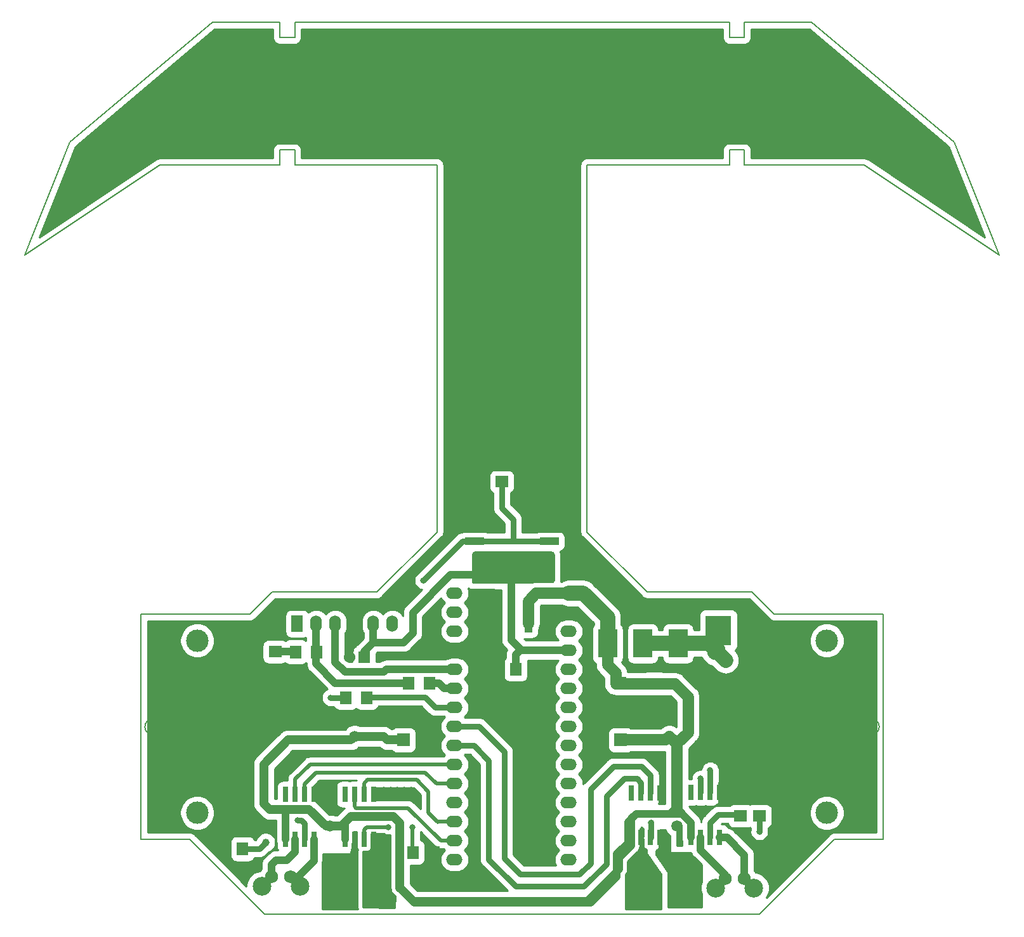
<source format=gbr>
G04 #@! TF.GenerationSoftware,KiCad,Pcbnew,(5.1.4)-1*
G04 #@! TF.CreationDate,2020-10-19T13:56:16-03:00*
G04 #@! TF.ProjectId,VELOCISTA,56454c4f-4349-4535-9441-2e6b69636164,rev?*
G04 #@! TF.SameCoordinates,Original*
G04 #@! TF.FileFunction,Copper,L1,Top*
G04 #@! TF.FilePolarity,Positive*
%FSLAX46Y46*%
G04 Gerber Fmt 4.6, Leading zero omitted, Abs format (unit mm)*
G04 Created by KiCad (PCBNEW (5.1.4)-1) date 2020-10-19 13:56:16*
%MOMM*%
%LPD*%
G04 APERTURE LIST*
%ADD10C,0.150000*%
%ADD11O,2.199640X1.524000*%
%ADD12O,2.197100X1.524000*%
%ADD13R,1.700000X1.500000*%
%ADD14R,2.540000X1.000000*%
%ADD15C,1.750000*%
%ADD16C,2.500000*%
%ADD17R,3.500000X4.000000*%
%ADD18O,1.524000X2.199640*%
%ADD19R,1.524000X2.199640*%
%ADD20R,2.540000X3.810000*%
%ADD21C,1.501140*%
%ADD22R,1.600200X1.803400*%
%ADD23C,3.000000*%
%ADD24R,0.711200X2.000000*%
%ADD25C,1.524000*%
%ADD26R,1.524000X1.524000*%
%ADD27R,1.803400X1.600200*%
%ADD28R,1.000000X2.400000*%
%ADD29R,3.800000X2.400000*%
%ADD30R,1.800000X1.800000*%
%ADD31C,1.800000*%
%ADD32C,0.800000*%
%ADD33C,1.500000*%
%ADD34C,1.000000*%
%ADD35C,1.000000*%
%ADD36C,1.500000*%
%ADD37C,2.000000*%
%ADD38C,1.200000*%
%ADD39C,0.750000*%
%ADD40C,0.500000*%
%ADD41C,0.254000*%
G04 APERTURE END LIST*
D10*
X137000000Y-142000000D02*
G75*
G03X137000000Y-142000000I-1000000J0D01*
G01*
X143000000Y-148000000D02*
G75*
G03X143000000Y-148000000I-1000000J0D01*
G01*
X149000000Y-142000000D02*
G75*
G03X149000000Y-142000000I-1000000J0D01*
G01*
X143000000Y-136000000D02*
G75*
G03X143000000Y-136000000I-1000000J0D01*
G01*
X53000000Y-142000000D02*
G75*
G03X53000000Y-142000000I-1000000J0D01*
G01*
X65000000Y-142000000D02*
G75*
G03X65000000Y-142000000I-1000000J0D01*
G01*
X59000000Y-148000000D02*
G75*
G03X59000000Y-148000000I-1000000J0D01*
G01*
X59000000Y-136000000D02*
G75*
G03X59000000Y-136000000I-1000000J0D01*
G01*
X145605551Y-142000000D02*
G75*
G03X145605551Y-142000000I-3605551J0D01*
G01*
X61605551Y-142000000D02*
G75*
G03X61605551Y-142000000I-3605551J0D01*
G01*
X132000000Y-124000000D02*
X135000000Y-127000000D01*
X132000000Y-124000000D02*
X118000000Y-124000000D01*
X65000000Y-127000000D02*
X50500000Y-127000000D01*
X68000000Y-124000000D02*
X65000000Y-127000000D01*
X69000000Y-67000000D02*
X53000000Y-67000000D01*
X69000000Y-67000000D02*
X69000000Y-65000000D01*
X71000000Y-65000000D02*
X69000000Y-65000000D01*
X71000000Y-65000000D02*
X71000000Y-67000000D01*
X69000000Y-48000000D02*
X60000000Y-48000000D01*
X69000000Y-50000000D02*
X69000000Y-48000000D01*
X71000000Y-50000000D02*
X69000000Y-50000000D01*
X71000000Y-48000000D02*
X71000000Y-50000000D01*
X159000000Y-64000000D02*
X140000000Y-48000000D01*
X131000000Y-48000000D02*
X140000000Y-48000000D01*
X131000000Y-50000000D02*
X131000000Y-48000000D01*
X129000000Y-50000000D02*
X131000000Y-50000000D01*
X129000000Y-48000000D02*
X129000000Y-50000000D01*
X131000000Y-65000000D02*
X131000000Y-67000000D01*
X129000000Y-65000000D02*
X131000000Y-65000000D01*
X129000000Y-67000000D02*
X129000000Y-65000000D01*
X147000000Y-67000000D02*
X165000000Y-79000000D01*
X53000000Y-67000000D02*
X35000000Y-79000000D01*
X90000000Y-67000000D02*
X71000000Y-67000000D01*
X110000000Y-116000000D02*
X110000000Y-67000000D01*
X90000000Y-67000000D02*
X90000000Y-116000000D01*
X110000000Y-67000000D02*
X129000000Y-67000000D01*
X159000000Y-64000000D02*
X165000000Y-79000000D01*
X131000000Y-67000000D02*
X147000000Y-67000000D01*
X133000000Y-167000000D02*
X67000000Y-167000000D01*
X143000000Y-157000000D02*
X133000000Y-167000000D01*
X149500000Y-157000000D02*
X143000000Y-157000000D01*
X57000000Y-157000000D02*
X67000000Y-167000000D01*
X50500000Y-157000000D02*
X57000000Y-157000000D01*
X50500000Y-127000000D02*
X50500000Y-157000000D01*
X149500000Y-127000000D02*
X149500000Y-157000000D01*
X149500000Y-127000000D02*
X135000000Y-127000000D01*
X82000000Y-124000000D02*
X68000000Y-124000000D01*
X90000000Y-116000000D02*
X82000000Y-124000000D01*
X110000000Y-116000000D02*
X118000000Y-124000000D01*
X60000000Y-48000000D02*
X41000000Y-64000000D01*
X41000000Y-64000000D02*
X35000000Y-79000000D01*
X71000000Y-48000000D02*
X129000000Y-48000000D01*
D11*
X92330000Y-124170000D03*
X92330000Y-126710000D03*
X92330000Y-129250000D03*
X92330000Y-131790000D03*
X92330000Y-134330000D03*
X92330000Y-136870000D03*
X92330000Y-139410000D03*
X92330000Y-141950000D03*
X92330000Y-144490000D03*
X92330000Y-147030000D03*
X92330000Y-149570000D03*
X92330000Y-152110000D03*
X92330000Y-154650000D03*
X92330000Y-157190000D03*
X92330000Y-159730000D03*
X107570000Y-159730000D03*
X107570000Y-157190000D03*
X107570000Y-154650000D03*
X107570000Y-152110000D03*
D12*
X107570000Y-149570000D03*
X107570000Y-147030000D03*
X107570000Y-144490000D03*
X107570000Y-141950000D03*
X107570000Y-139410000D03*
X107570000Y-136870000D03*
X107570000Y-134330000D03*
X107570000Y-131790000D03*
X107570000Y-129250000D03*
X107570000Y-126710000D03*
X107570000Y-124170000D03*
D13*
X98630000Y-109280000D03*
X102030000Y-109280000D03*
D14*
X95000000Y-117250000D03*
X105000000Y-117250000D03*
X95000000Y-112750000D03*
X105000000Y-112750000D03*
D15*
X128520000Y-133150000D03*
X131060000Y-133150000D03*
D16*
X127250000Y-131880000D03*
X132330000Y-131880000D03*
D17*
X132040000Y-129130000D03*
X127540000Y-129130000D03*
D18*
X84020000Y-128260000D03*
X81480000Y-128260000D03*
X78940000Y-128260000D03*
X76400000Y-128260000D03*
X73860000Y-128260000D03*
D19*
X71320000Y-128260000D03*
D20*
X112760000Y-130880000D03*
X122160000Y-130880000D03*
X117460000Y-130880000D03*
D15*
X131020000Y-162230000D03*
X128480000Y-162230000D03*
D16*
X132290000Y-163500000D03*
X127210000Y-163500000D03*
D15*
X70410000Y-162030000D03*
X67870000Y-162030000D03*
D16*
X71680000Y-163300000D03*
X66600000Y-163300000D03*
D21*
X75660000Y-152720000D03*
X75660000Y-155260000D03*
X122000000Y-155260000D03*
X122000000Y-152720000D03*
X79000000Y-140730000D03*
X79000000Y-143270000D03*
X121000000Y-140730000D03*
X121000000Y-143270000D03*
D22*
X80597000Y-138100000D03*
X77803000Y-138100000D03*
D23*
X58000000Y-130500000D03*
X58000000Y-153500000D03*
X142000000Y-153500000D03*
X142000000Y-130500000D03*
D24*
X127705000Y-156774999D03*
X126435000Y-156774999D03*
X125165000Y-156774999D03*
X123895000Y-156774999D03*
X123895000Y-150774999D03*
X125165000Y-150774999D03*
X126435000Y-150774999D03*
X127705000Y-150774999D03*
D22*
X64027000Y-158290000D03*
X61233000Y-158290000D03*
D13*
X111000000Y-136100000D03*
X114400000Y-136100000D03*
D22*
X100497000Y-134300000D03*
X97703000Y-134300000D03*
D25*
X78280000Y-132690000D03*
D26*
X80280000Y-132690000D03*
D16*
X76760000Y-163300000D03*
X81840000Y-163300000D03*
X123040000Y-163300000D03*
X117960000Y-163300000D03*
D22*
X88987000Y-136150000D03*
X86193000Y-136150000D03*
X73897000Y-132000000D03*
X71103000Y-132000000D03*
D27*
X68400000Y-129183000D03*
X68400000Y-131977000D03*
D28*
X97600000Y-128200000D03*
X99900000Y-128200000D03*
X102200000Y-128200000D03*
D29*
X99900000Y-121750000D03*
D30*
X114500000Y-143750000D03*
D31*
X114500000Y-140250000D03*
X85500000Y-140250000D03*
D30*
X85500000Y-143750000D03*
D22*
X89544000Y-158775000D03*
X86750000Y-158775000D03*
D27*
X133000000Y-153897000D03*
X133000000Y-151103000D03*
X130500000Y-151103000D03*
X130500000Y-153897000D03*
D24*
X81505000Y-151000000D03*
X80235000Y-151000000D03*
X78965000Y-151000000D03*
X77695000Y-151000000D03*
X77695000Y-157000000D03*
X78965000Y-157000000D03*
X80235000Y-157000000D03*
X81505000Y-157000000D03*
X119755000Y-156800000D03*
X118485000Y-156800000D03*
X117215000Y-156800000D03*
X115945000Y-156800000D03*
X115945000Y-150800000D03*
X117215000Y-150800000D03*
X118485000Y-150800000D03*
X119755000Y-150800000D03*
X73605000Y-151000000D03*
X72335000Y-151000000D03*
X71065000Y-151000000D03*
X69795000Y-151000000D03*
X69795000Y-157000000D03*
X71065000Y-157000000D03*
X72335000Y-157000000D03*
X73605000Y-157000000D03*
D32*
X82900000Y-150450000D03*
X74750000Y-150000000D03*
X75750000Y-150000000D03*
X75750000Y-151000000D03*
D33*
X89582000Y-162368000D03*
D32*
X74750000Y-151000000D03*
X82900000Y-151300000D03*
X83800000Y-151300000D03*
X83800000Y-150450000D03*
X84700000Y-151300000D03*
X84700000Y-150450000D03*
X85600000Y-151300000D03*
X85600000Y-150450000D03*
X86500000Y-150450000D03*
X86500000Y-151300000D03*
X88200000Y-162700000D03*
X88200000Y-161850000D03*
X87300000Y-161850000D03*
X87300000Y-162700000D03*
X75800000Y-138100000D03*
X88150000Y-122490000D03*
X126450000Y-147820000D03*
X125170000Y-148930000D03*
X83500000Y-155400000D03*
X86700000Y-155400000D03*
X118500000Y-154800000D03*
X133000000Y-156000000D03*
X71400000Y-154500000D03*
D34*
X67125000Y-157425000D03*
D35*
X123895000Y-154774999D02*
X122720001Y-153600000D01*
X123895000Y-156774999D02*
X123895000Y-154774999D01*
X115945000Y-154800000D02*
X115945000Y-156800000D01*
X115945000Y-154255000D02*
X115945000Y-154800000D01*
X116600000Y-153600000D02*
X115945000Y-154255000D01*
X69795000Y-157000000D02*
X69795000Y-153455000D01*
X69795000Y-153455000D02*
X70200000Y-153050000D01*
X122700000Y-153550000D02*
X122720001Y-153600000D01*
D36*
X102200000Y-128200000D02*
X102200000Y-125225000D01*
X103220000Y-124205000D02*
X104775000Y-124205000D01*
X102200000Y-125225000D02*
X103220000Y-124205000D01*
X107535000Y-124205000D02*
X107570000Y-124170000D01*
X104775000Y-124205000D02*
X107535000Y-124205000D01*
D35*
X122080000Y-152930000D02*
X122700000Y-153550000D01*
X122000000Y-152930000D02*
X122080000Y-152930000D01*
D37*
X112760000Y-130880000D02*
X112760000Y-127420000D01*
X109510000Y-124170000D02*
X107570000Y-124170000D01*
X112760000Y-127420000D02*
X109510000Y-124170000D01*
D36*
X113850000Y-136280000D02*
X113850000Y-134820000D01*
X112760000Y-133730000D02*
X112760000Y-130880000D01*
X113850000Y-134820000D02*
X112760000Y-133730000D01*
X120520000Y-143750000D02*
X121000000Y-143270000D01*
X114500000Y-143750000D02*
X120520000Y-143750000D01*
X122000000Y-144270000D02*
X121000000Y-143270000D01*
X122000000Y-152930000D02*
X122000000Y-144270000D01*
X113900000Y-136250000D02*
X114050000Y-136100000D01*
X123510000Y-142760000D02*
X123510000Y-138010000D01*
X122000000Y-144270000D02*
X123510000Y-142760000D01*
X123510000Y-138010000D02*
X121775000Y-136275000D01*
X121775000Y-136275000D02*
X113925000Y-136275000D01*
X113925000Y-136275000D02*
X113900000Y-136250000D01*
D38*
X78510000Y-143760000D02*
X79000000Y-143270000D01*
X67680000Y-153050000D02*
X66870000Y-152240000D01*
X70200000Y-153050000D02*
X67680000Y-153050000D01*
X66870000Y-152240000D02*
X66870000Y-147000000D01*
X66870000Y-147000000D02*
X70110000Y-143760000D01*
X70110000Y-143760000D02*
X78510000Y-143760000D01*
X82870000Y-143280000D02*
X83340000Y-143750000D01*
D35*
X79000000Y-143270000D02*
X79010000Y-143280000D01*
D38*
X79010000Y-143280000D02*
X82870000Y-143280000D01*
X85500000Y-143750000D02*
X83340000Y-143750000D01*
X77210000Y-155260000D02*
X77710000Y-154760000D01*
X75660000Y-155260000D02*
X77210000Y-155260000D01*
D35*
X77710000Y-154760000D02*
X77695000Y-157000000D01*
X75660000Y-155260000D02*
X75150000Y-155260000D01*
D38*
X72940000Y-153050000D02*
X70200000Y-153050000D01*
X75150000Y-155260000D02*
X72940000Y-153050000D01*
D35*
X115945000Y-157855000D02*
X115945000Y-156800000D01*
X114300000Y-159500000D02*
X115945000Y-157855000D01*
X114300000Y-161000000D02*
X114300000Y-159500000D01*
X85000000Y-163358802D02*
X86841198Y-165200000D01*
X86841198Y-165200000D02*
X110100000Y-165200000D01*
X110100000Y-165200000D02*
X114300000Y-161000000D01*
X85000000Y-163358802D02*
X85000000Y-163500000D01*
X85000000Y-163500000D02*
X87000000Y-165500000D01*
X87000000Y-165500000D02*
X110500000Y-165500000D01*
X110500000Y-165500000D02*
X114000000Y-162000000D01*
X114000000Y-162000000D02*
X114000000Y-159000000D01*
X114000000Y-159000000D02*
X115500000Y-157500000D01*
X115500000Y-154700000D02*
X116600000Y-153600000D01*
X115500000Y-157500000D02*
X115500000Y-154700000D01*
X121120000Y-153600000D02*
X122000000Y-152720000D01*
X120900000Y-153600000D02*
X121120000Y-153600000D01*
X120900000Y-153600000D02*
X116600000Y-153600000D01*
X122720001Y-153600000D02*
X120900000Y-153600000D01*
D38*
X85000000Y-163500000D02*
X85000000Y-154800000D01*
X85000000Y-154800000D02*
X84200000Y-154000000D01*
X78470000Y-154000000D02*
X77710000Y-154760000D01*
X84200000Y-154000000D02*
X78470000Y-154000000D01*
D35*
X99900000Y-128200000D02*
X99900000Y-121750000D01*
X101290000Y-131790000D02*
X107570000Y-131790000D01*
X99900000Y-128200000D02*
X99900000Y-130400000D01*
X99900000Y-130400000D02*
X101290000Y-131790000D01*
X100497000Y-132398300D02*
X100497000Y-134300000D01*
X101105300Y-131790000D02*
X100497000Y-132398300D01*
X101290000Y-131790000D02*
X101105300Y-131790000D01*
X99900000Y-121750000D02*
X91760000Y-121750000D01*
X91760000Y-121750000D02*
X86750000Y-126760000D01*
X80290000Y-132700000D02*
X80280000Y-132690000D01*
X80280000Y-132690000D02*
X80280000Y-131940000D01*
X81480000Y-130740000D02*
X81480000Y-128260000D01*
X80280000Y-131940000D02*
X81480000Y-130740000D01*
X81480000Y-130740000D02*
X85490000Y-130740000D01*
X86750000Y-129480000D02*
X86750000Y-126760000D01*
X85490000Y-130740000D02*
X86750000Y-129480000D01*
D39*
X75800000Y-138100000D02*
X77803000Y-138100000D01*
D35*
X73850000Y-131303000D02*
X73840000Y-131293000D01*
X73840000Y-131293000D02*
X73840000Y-128400000D01*
X86193000Y-136150000D02*
X76400000Y-136150000D01*
X73850000Y-133600000D02*
X73850000Y-131303000D01*
X76400000Y-136150000D02*
X73850000Y-133600000D01*
D39*
X93390000Y-117250000D02*
X95000000Y-117250000D01*
X88150000Y-122490000D02*
X93390000Y-117250000D01*
X98630000Y-109280000D02*
X98630000Y-112790000D01*
X100170000Y-114330000D02*
X100170000Y-117250000D01*
X95000000Y-117250000D02*
X100170000Y-117250000D01*
X98630000Y-112790000D02*
X100170000Y-114330000D01*
X100170000Y-117250000D02*
X105000000Y-117250000D01*
X92330000Y-139410000D02*
X89740000Y-139410000D01*
X89740000Y-139410000D02*
X88390000Y-138060000D01*
X88390000Y-138060000D02*
X83430000Y-138060000D01*
D35*
X80637000Y-138060000D02*
X80597000Y-138100000D01*
D39*
X83430000Y-138060000D02*
X80637000Y-138060000D01*
D35*
X82870000Y-134670000D02*
X77690000Y-134670000D01*
X92330000Y-134330000D02*
X83210000Y-134330000D01*
X76380000Y-133360000D02*
X76380000Y-128400000D01*
X77690000Y-134670000D02*
X76380000Y-133360000D01*
X83210000Y-134330000D02*
X82870000Y-134670000D01*
X92100000Y-137100000D02*
X92330000Y-136870000D01*
X92330000Y-136870000D02*
X90970000Y-136870000D01*
X90250000Y-136150000D02*
X88987000Y-136150000D01*
X90970000Y-136870000D02*
X90250000Y-136150000D01*
D39*
X126450000Y-149259999D02*
X126435000Y-149274999D01*
X126450000Y-147820000D02*
X126450000Y-149259999D01*
X126435000Y-149274999D02*
X126435000Y-150774999D01*
X125170000Y-150769999D02*
X125165000Y-150774999D01*
X125170000Y-148930000D02*
X125170000Y-150769999D01*
D35*
X68603000Y-132000000D02*
X68600000Y-131997000D01*
X71080000Y-131977000D02*
X71103000Y-132000000D01*
X68400000Y-131977000D02*
X71080000Y-131977000D01*
D40*
X72335000Y-151000000D02*
X72335000Y-149615000D01*
X72335000Y-149615000D02*
X73410000Y-148540000D01*
X92330000Y-149570000D02*
X89880000Y-149570000D01*
X89880000Y-149570000D02*
X88400000Y-148090000D01*
X73860000Y-148090000D02*
X72335000Y-149615000D01*
X88400000Y-148090000D02*
X73860000Y-148090000D01*
X80235000Y-151000000D02*
X80235000Y-149575000D01*
X80235000Y-149575000D02*
X80720000Y-149090000D01*
X87280000Y-149090000D02*
X88850000Y-150660000D01*
X80720000Y-149090000D02*
X87280000Y-149090000D01*
X88850000Y-150660000D02*
X88850000Y-153460000D01*
X90080000Y-154690000D02*
X90050000Y-154650000D01*
X92330000Y-154650000D02*
X90080000Y-154650000D01*
X90050000Y-154650000D02*
X90080000Y-154650000D01*
X90040000Y-154650000D02*
X88850000Y-153460000D01*
X90050000Y-154650000D02*
X90040000Y-154650000D01*
X90490000Y-157190000D02*
X92330000Y-157190000D01*
X86130000Y-152830000D02*
X90490000Y-157190000D01*
X79210000Y-152830000D02*
X86130000Y-152830000D01*
X78965000Y-151000000D02*
X78965000Y-152585000D01*
X78965000Y-152585000D02*
X79210000Y-152830000D01*
D35*
X73605000Y-159870000D02*
X73605000Y-157000000D01*
X70410000Y-162030000D02*
X71445000Y-162030000D01*
X71445000Y-162030000D02*
X73605000Y-159870000D01*
X70410000Y-162030000D02*
X71680000Y-163300000D01*
X67870000Y-160405000D02*
X67870000Y-162030000D01*
X68475000Y-159800000D02*
X67870000Y-160405000D01*
X69950000Y-159800000D02*
X68475000Y-159800000D01*
X71065000Y-157000000D02*
X71065000Y-158685000D01*
X71065000Y-158685000D02*
X69950000Y-159800000D01*
X66600000Y-163300000D02*
X67870000Y-162030000D01*
X128480000Y-162230000D02*
X127210000Y-163500000D01*
X128480000Y-161754000D02*
X128480000Y-162230000D01*
X125165000Y-156774999D02*
X125165000Y-158439000D01*
X125165000Y-158439000D02*
X128480000Y-161754000D01*
X131020000Y-162230000D02*
X132290000Y-163500000D01*
X131020000Y-159120000D02*
X131020000Y-162230000D01*
X127705000Y-156774999D02*
X128674999Y-156774999D01*
X128674999Y-156774999D02*
X131020000Y-159120000D01*
D40*
X86700000Y-158725000D02*
X86750000Y-158775000D01*
X86700000Y-155400000D02*
X86700000Y-158725000D01*
X80600000Y-155400000D02*
X83500000Y-155400000D01*
X80235000Y-157000000D02*
X80235000Y-155765000D01*
X80235000Y-155765000D02*
X80600000Y-155400000D01*
D39*
X118500000Y-156785000D02*
X118485000Y-156800000D01*
X118500000Y-154700000D02*
X118500000Y-156785000D01*
X133000000Y-156000000D02*
X133000000Y-153897000D01*
X66260000Y-158290000D02*
X67125000Y-157425000D01*
X64027000Y-158290000D02*
X66260000Y-158290000D01*
X72335000Y-154935000D02*
X71900000Y-154500000D01*
X72335000Y-157000000D02*
X72335000Y-154935000D01*
X71900000Y-154500000D02*
X71400000Y-154500000D01*
X126435000Y-154774999D02*
X126435000Y-156774999D01*
X127492999Y-153717000D02*
X130920000Y-153717000D01*
X126435000Y-154774999D02*
X127492999Y-153717000D01*
X118485000Y-148485000D02*
X118485000Y-150800000D01*
X117300000Y-147300000D02*
X118485000Y-148485000D01*
X113508000Y-147300000D02*
X117300000Y-147300000D01*
X110500000Y-150308000D02*
X113508000Y-147300000D01*
X110500000Y-160200000D02*
X110500000Y-150308000D01*
X109000000Y-161700000D02*
X110500000Y-160200000D01*
X95596000Y-141950000D02*
X98972000Y-145326000D01*
X92330000Y-141950000D02*
X95596000Y-141950000D01*
X98972000Y-145326000D02*
X98972000Y-159572000D01*
X98972000Y-159572000D02*
X101100000Y-161700000D01*
X101100000Y-161700000D02*
X109000000Y-161700000D01*
X94890000Y-144490000D02*
X92330000Y-144490000D01*
X96900000Y-146500000D02*
X94890000Y-144490000D01*
X96900000Y-159700000D02*
X96900000Y-146500000D01*
X100500000Y-163300000D02*
X96900000Y-159700000D01*
X109600000Y-163300000D02*
X100500000Y-163300000D01*
X112600000Y-160300000D02*
X109600000Y-163300000D01*
X117215000Y-149454398D02*
X116642602Y-148882000D01*
X117215000Y-150800000D02*
X117215000Y-149454398D01*
X116642602Y-148882000D02*
X114974000Y-148882000D01*
X114974000Y-148882000D02*
X112600000Y-151256000D01*
X112600000Y-151256000D02*
X112600000Y-160300000D01*
D40*
X89362180Y-147030000D02*
X92330000Y-147030000D01*
X73035000Y-147030000D02*
X89362180Y-147030000D01*
X71065000Y-151000000D02*
X71065000Y-149000000D01*
X71065000Y-149000000D02*
X73035000Y-147030000D01*
D37*
X117460000Y-130880000D02*
X122160000Y-130880000D01*
X127110000Y-130880000D02*
X127290000Y-130700000D01*
X126250000Y-130880000D02*
X127250000Y-131880000D01*
X122160000Y-130880000D02*
X126250000Y-130880000D01*
X128520000Y-133150000D02*
X127250000Y-131880000D01*
D41*
G36*
X79249367Y-156000000D02*
G01*
X79249367Y-158000000D01*
X79261473Y-158122913D01*
X79297325Y-158241103D01*
X79355547Y-158350028D01*
X79394284Y-158397230D01*
X79385048Y-158427678D01*
X79373000Y-158550000D01*
X79373000Y-166200000D01*
X79381554Y-166298000D01*
X74678950Y-166298000D01*
X74719228Y-160055042D01*
X74732000Y-159925365D01*
X74732000Y-159925355D01*
X74737452Y-159870001D01*
X74732000Y-159814646D01*
X74732000Y-158977000D01*
X78400000Y-158977000D01*
X78424776Y-158974560D01*
X78448601Y-158967333D01*
X78470557Y-158955597D01*
X78489803Y-158939803D01*
X78505597Y-158920557D01*
X78517333Y-158898601D01*
X78524560Y-158874776D01*
X78526913Y-158854700D01*
X78544241Y-158386842D01*
X78574453Y-158350028D01*
X78632675Y-158241103D01*
X78668527Y-158122913D01*
X78680633Y-158000000D01*
X78680633Y-157546582D01*
X78738324Y-157440367D01*
X78804188Y-157228363D01*
X78821603Y-157062910D01*
X78828875Y-155977000D01*
X79251632Y-155977000D01*
X79249367Y-156000000D01*
X79249367Y-156000000D01*
G37*
X79249367Y-156000000D02*
X79249367Y-158000000D01*
X79261473Y-158122913D01*
X79297325Y-158241103D01*
X79355547Y-158350028D01*
X79394284Y-158397230D01*
X79385048Y-158427678D01*
X79373000Y-158550000D01*
X79373000Y-166200000D01*
X79381554Y-166298000D01*
X74678950Y-166298000D01*
X74719228Y-160055042D01*
X74732000Y-159925365D01*
X74732000Y-159925355D01*
X74737452Y-159870001D01*
X74732000Y-159814646D01*
X74732000Y-158977000D01*
X78400000Y-158977000D01*
X78424776Y-158974560D01*
X78448601Y-158967333D01*
X78470557Y-158955597D01*
X78489803Y-158939803D01*
X78505597Y-158920557D01*
X78517333Y-158898601D01*
X78524560Y-158874776D01*
X78526913Y-158854700D01*
X78544241Y-158386842D01*
X78574453Y-158350028D01*
X78632675Y-158241103D01*
X78668527Y-158122913D01*
X78680633Y-158000000D01*
X78680633Y-157546582D01*
X78738324Y-157440367D01*
X78804188Y-157228363D01*
X78821603Y-157062910D01*
X78828875Y-155977000D01*
X79251632Y-155977000D01*
X79249367Y-156000000D01*
G36*
X83013533Y-156310115D02*
G01*
X83200435Y-156387533D01*
X83398849Y-156427000D01*
X83601151Y-156427000D01*
X83773001Y-156392817D01*
X83773000Y-163560267D01*
X83790755Y-163740533D01*
X83860916Y-163971823D01*
X83974851Y-164184982D01*
X84128183Y-164371817D01*
X84315017Y-164525149D01*
X84384582Y-164562332D01*
X84373863Y-166170165D01*
X80127000Y-166075791D01*
X80127000Y-158658521D01*
X80307424Y-158630033D01*
X80590600Y-158630033D01*
X80713513Y-158617927D01*
X80831703Y-158582075D01*
X80924165Y-158532653D01*
X80969807Y-158525446D01*
X80993900Y-158519171D01*
X81016306Y-158508317D01*
X81036163Y-158493300D01*
X81052709Y-158474698D01*
X81065309Y-158453225D01*
X81073477Y-158429707D01*
X81077000Y-158400000D01*
X81077000Y-158395665D01*
X81114453Y-158350028D01*
X81172675Y-158241103D01*
X81208527Y-158122913D01*
X81220633Y-158000000D01*
X81220633Y-156277000D01*
X82963973Y-156277000D01*
X83013533Y-156310115D01*
X83013533Y-156310115D01*
G37*
X83013533Y-156310115D02*
X83200435Y-156387533D01*
X83398849Y-156427000D01*
X83601151Y-156427000D01*
X83773001Y-156392817D01*
X83773000Y-163560267D01*
X83790755Y-163740533D01*
X83860916Y-163971823D01*
X83974851Y-164184982D01*
X84128183Y-164371817D01*
X84315017Y-164525149D01*
X84384582Y-164562332D01*
X84373863Y-166170165D01*
X80127000Y-166075791D01*
X80127000Y-158658521D01*
X80307424Y-158630033D01*
X80590600Y-158630033D01*
X80713513Y-158617927D01*
X80831703Y-158582075D01*
X80924165Y-158532653D01*
X80969807Y-158525446D01*
X80993900Y-158519171D01*
X81016306Y-158508317D01*
X81036163Y-158493300D01*
X81052709Y-158474698D01*
X81065309Y-158453225D01*
X81073477Y-158429707D01*
X81077000Y-158400000D01*
X81077000Y-158395665D01*
X81114453Y-158350028D01*
X81172675Y-158241103D01*
X81208527Y-158122913D01*
X81220633Y-158000000D01*
X81220633Y-156277000D01*
X82963973Y-156277000D01*
X83013533Y-156310115D01*
G36*
X117498000Y-155560407D02*
G01*
X117498001Y-156601916D01*
X117497498Y-156603574D01*
X117478153Y-156800000D01*
X117497498Y-156996426D01*
X117499367Y-157002587D01*
X117499367Y-157800000D01*
X117511473Y-157922913D01*
X117547325Y-158041103D01*
X117605547Y-158150028D01*
X117683899Y-158245501D01*
X117779372Y-158323853D01*
X117888297Y-158382075D01*
X117909662Y-158388556D01*
X117923066Y-158804095D01*
X117926304Y-158828780D01*
X117934295Y-158852358D01*
X117945783Y-158872580D01*
X119873000Y-161639866D01*
X119873000Y-166298000D01*
X115127000Y-166298000D01*
X115127000Y-162055355D01*
X115132452Y-162000001D01*
X115127000Y-161944646D01*
X115127000Y-161768798D01*
X115136055Y-161757764D01*
X115136058Y-161757761D01*
X115241600Y-161629157D01*
X115346250Y-161433371D01*
X115365217Y-161370844D01*
X115410693Y-161220931D01*
X115427000Y-161055365D01*
X115427000Y-161055355D01*
X115432452Y-161000000D01*
X115427000Y-160944646D01*
X115427000Y-159966818D01*
X116702764Y-158691055D01*
X116723190Y-158674292D01*
X116732048Y-158672890D01*
X116755407Y-158664276D01*
X116776637Y-158651271D01*
X116794921Y-158634374D01*
X116809558Y-158614235D01*
X116819984Y-158591627D01*
X116825800Y-158567419D01*
X116826380Y-158557536D01*
X116886600Y-158484157D01*
X116947167Y-158370844D01*
X116991250Y-158288371D01*
X117055693Y-158075931D01*
X117072000Y-157910365D01*
X117072000Y-157910355D01*
X117077452Y-157855001D01*
X117072000Y-157799646D01*
X117072000Y-155691839D01*
X117279782Y-155420124D01*
X117498000Y-155560407D01*
X117498000Y-155560407D01*
G37*
X117498000Y-155560407D02*
X117498001Y-156601916D01*
X117497498Y-156603574D01*
X117478153Y-156800000D01*
X117497498Y-156996426D01*
X117499367Y-157002587D01*
X117499367Y-157800000D01*
X117511473Y-157922913D01*
X117547325Y-158041103D01*
X117605547Y-158150028D01*
X117683899Y-158245501D01*
X117779372Y-158323853D01*
X117888297Y-158382075D01*
X117909662Y-158388556D01*
X117923066Y-158804095D01*
X117926304Y-158828780D01*
X117934295Y-158852358D01*
X117945783Y-158872580D01*
X119873000Y-161639866D01*
X119873000Y-166298000D01*
X115127000Y-166298000D01*
X115127000Y-162055355D01*
X115132452Y-162000001D01*
X115127000Y-161944646D01*
X115127000Y-161768798D01*
X115136055Y-161757764D01*
X115136058Y-161757761D01*
X115241600Y-161629157D01*
X115346250Y-161433371D01*
X115365217Y-161370844D01*
X115410693Y-161220931D01*
X115427000Y-161055365D01*
X115427000Y-161055355D01*
X115432452Y-161000000D01*
X115427000Y-160944646D01*
X115427000Y-159966818D01*
X116702764Y-158691055D01*
X116723190Y-158674292D01*
X116732048Y-158672890D01*
X116755407Y-158664276D01*
X116776637Y-158651271D01*
X116794921Y-158634374D01*
X116809558Y-158614235D01*
X116819984Y-158591627D01*
X116825800Y-158567419D01*
X116826380Y-158557536D01*
X116886600Y-158484157D01*
X116947167Y-158370844D01*
X116991250Y-158288371D01*
X117055693Y-158075931D01*
X117072000Y-157910365D01*
X117072000Y-157910355D01*
X117077452Y-157855001D01*
X117072000Y-157799646D01*
X117072000Y-155691839D01*
X117279782Y-155420124D01*
X117498000Y-155560407D01*
G36*
X120601976Y-156007260D02*
G01*
X120774622Y-156265642D01*
X120994358Y-156485378D01*
X121073000Y-156537925D01*
X121073000Y-158700000D01*
X121075440Y-158724776D01*
X121082667Y-158748601D01*
X121094403Y-158770557D01*
X121110197Y-158789803D01*
X121129443Y-158805597D01*
X121151399Y-158817333D01*
X121175224Y-158824560D01*
X121200000Y-158827000D01*
X123895989Y-158827000D01*
X123933081Y-158949277D01*
X124056302Y-159179808D01*
X124180578Y-159331238D01*
X124222131Y-159381870D01*
X124272761Y-159423421D01*
X125273000Y-160423660D01*
X125273000Y-162748868D01*
X125212818Y-162894161D01*
X125133000Y-163295433D01*
X125133000Y-163704567D01*
X125212818Y-164105839D01*
X125273000Y-164251132D01*
X125273000Y-166098000D01*
X120827000Y-166098000D01*
X120827000Y-161600000D01*
X120807849Y-161423056D01*
X120757806Y-161268852D01*
X120678642Y-161127375D01*
X119227000Y-159042967D01*
X119227000Y-158531190D01*
X119302279Y-158490952D01*
X119428206Y-158387606D01*
X119531552Y-158261679D01*
X119608345Y-158118010D01*
X119655634Y-157962120D01*
X119671601Y-157800000D01*
X119671601Y-157063508D01*
X119684607Y-157020633D01*
X119702000Y-156844040D01*
X119702000Y-156844031D01*
X119707814Y-156785001D01*
X119702000Y-156725971D01*
X119702000Y-155727000D01*
X120485888Y-155727000D01*
X120601976Y-156007260D01*
X120601976Y-156007260D01*
G37*
X120601976Y-156007260D02*
X120774622Y-156265642D01*
X120994358Y-156485378D01*
X121073000Y-156537925D01*
X121073000Y-158700000D01*
X121075440Y-158724776D01*
X121082667Y-158748601D01*
X121094403Y-158770557D01*
X121110197Y-158789803D01*
X121129443Y-158805597D01*
X121151399Y-158817333D01*
X121175224Y-158824560D01*
X121200000Y-158827000D01*
X123895989Y-158827000D01*
X123933081Y-158949277D01*
X124056302Y-159179808D01*
X124180578Y-159331238D01*
X124222131Y-159381870D01*
X124272761Y-159423421D01*
X125273000Y-160423660D01*
X125273000Y-162748868D01*
X125212818Y-162894161D01*
X125133000Y-163295433D01*
X125133000Y-163704567D01*
X125212818Y-164105839D01*
X125273000Y-164251132D01*
X125273000Y-166098000D01*
X120827000Y-166098000D01*
X120827000Y-161600000D01*
X120807849Y-161423056D01*
X120757806Y-161268852D01*
X120678642Y-161127375D01*
X119227000Y-159042967D01*
X119227000Y-158531190D01*
X119302279Y-158490952D01*
X119428206Y-158387606D01*
X119531552Y-158261679D01*
X119608345Y-158118010D01*
X119655634Y-157962120D01*
X119671601Y-157800000D01*
X119671601Y-157063508D01*
X119684607Y-157020633D01*
X119702000Y-156844040D01*
X119702000Y-156844031D01*
X119707814Y-156785001D01*
X119702000Y-156725971D01*
X119702000Y-155727000D01*
X120485888Y-155727000D01*
X120601976Y-156007260D01*
G36*
X68098000Y-49955692D02*
G01*
X68093636Y-50000000D01*
X68111052Y-50176823D01*
X68162629Y-50346850D01*
X68246386Y-50503549D01*
X68359104Y-50640896D01*
X68496451Y-50753614D01*
X68653150Y-50837371D01*
X68823177Y-50888948D01*
X69000000Y-50906364D01*
X69044307Y-50902000D01*
X70955693Y-50902000D01*
X71000000Y-50906364D01*
X71044307Y-50902000D01*
X71176823Y-50888948D01*
X71346850Y-50837371D01*
X71503549Y-50753614D01*
X71640896Y-50640896D01*
X71753614Y-50503549D01*
X71837371Y-50346850D01*
X71888948Y-50176823D01*
X71906364Y-50000000D01*
X71902000Y-49955693D01*
X71902000Y-48902000D01*
X128098000Y-48902000D01*
X128098001Y-49955683D01*
X128093636Y-50000000D01*
X128111052Y-50176823D01*
X128162629Y-50346850D01*
X128246386Y-50503549D01*
X128359104Y-50640896D01*
X128496451Y-50753614D01*
X128653150Y-50837371D01*
X128823177Y-50888948D01*
X128955693Y-50902000D01*
X129000000Y-50906364D01*
X129044307Y-50902000D01*
X130955693Y-50902000D01*
X131000000Y-50906364D01*
X131044307Y-50902000D01*
X131176823Y-50888948D01*
X131346850Y-50837371D01*
X131503549Y-50753614D01*
X131640896Y-50640896D01*
X131753614Y-50503549D01*
X131837371Y-50346850D01*
X131888948Y-50176823D01*
X131906364Y-50000000D01*
X131902000Y-49955693D01*
X131902000Y-48902000D01*
X139670800Y-48902000D01*
X158246341Y-64544562D01*
X163083939Y-76638556D01*
X147537607Y-66274336D01*
X147503549Y-66246386D01*
X147463859Y-66225171D01*
X147463473Y-66224914D01*
X147425348Y-66204587D01*
X147346850Y-66162629D01*
X147346393Y-66162490D01*
X147345974Y-66162267D01*
X147261740Y-66136811D01*
X147176823Y-66111052D01*
X147176347Y-66111005D01*
X147175893Y-66110868D01*
X147088389Y-66102342D01*
X147044307Y-66098000D01*
X147043829Y-66098000D01*
X146999052Y-66093637D01*
X146955225Y-66098000D01*
X131902000Y-66098000D01*
X131902000Y-65044307D01*
X131906364Y-65000000D01*
X131888948Y-64823177D01*
X131837371Y-64653150D01*
X131753614Y-64496451D01*
X131640896Y-64359104D01*
X131503549Y-64246386D01*
X131346850Y-64162629D01*
X131176823Y-64111052D01*
X131044307Y-64098000D01*
X131000000Y-64093636D01*
X130955693Y-64098000D01*
X129044307Y-64098000D01*
X129000000Y-64093636D01*
X128955693Y-64098000D01*
X128823177Y-64111052D01*
X128653150Y-64162629D01*
X128496451Y-64246386D01*
X128359104Y-64359104D01*
X128246386Y-64496451D01*
X128162629Y-64653150D01*
X128111052Y-64823177D01*
X128093636Y-65000000D01*
X128098001Y-65044317D01*
X128098000Y-66098000D01*
X110044307Y-66098000D01*
X110000000Y-66093636D01*
X109955693Y-66098000D01*
X109823177Y-66111052D01*
X109653150Y-66162629D01*
X109496451Y-66246386D01*
X109359104Y-66359104D01*
X109246386Y-66496451D01*
X109162629Y-66653150D01*
X109111052Y-66823177D01*
X109093636Y-67000000D01*
X109098001Y-67044317D01*
X109098000Y-115955701D01*
X109093637Y-116000000D01*
X109098000Y-116044299D01*
X109098000Y-116044306D01*
X109111052Y-116176822D01*
X109162629Y-116346849D01*
X109246386Y-116503548D01*
X109359104Y-116640896D01*
X109393523Y-116669143D01*
X117330857Y-124606477D01*
X117359104Y-124640896D01*
X117496451Y-124753614D01*
X117653150Y-124837371D01*
X117749140Y-124866489D01*
X117823176Y-124888948D01*
X117841255Y-124890729D01*
X117955693Y-124902000D01*
X117955699Y-124902000D01*
X117999999Y-124906363D01*
X118044299Y-124902000D01*
X131626380Y-124902000D01*
X134330861Y-127606482D01*
X134359104Y-127640896D01*
X134393517Y-127669138D01*
X134393519Y-127669140D01*
X134434619Y-127702870D01*
X134496451Y-127753614D01*
X134653150Y-127837371D01*
X134756422Y-127868698D01*
X134823177Y-127888948D01*
X135000000Y-127906364D01*
X135044307Y-127902000D01*
X148598000Y-127902000D01*
X148598001Y-156098000D01*
X143044307Y-156098000D01*
X143000000Y-156093636D01*
X142955693Y-156098000D01*
X142823177Y-156111052D01*
X142653150Y-156162629D01*
X142516569Y-156235633D01*
X142496451Y-156246386D01*
X142403353Y-156322790D01*
X142359104Y-156359104D01*
X142330862Y-156393517D01*
X133909236Y-164815144D01*
X134130614Y-164483829D01*
X134287182Y-164105839D01*
X134367000Y-163704567D01*
X134367000Y-163295433D01*
X134287182Y-162894161D01*
X134130614Y-162516171D01*
X133903311Y-162175989D01*
X133614011Y-161886689D01*
X133273829Y-161659386D01*
X132895839Y-161502818D01*
X132530960Y-161430239D01*
X132528293Y-161423801D01*
X132347000Y-161152476D01*
X132347000Y-159185173D01*
X132353419Y-159119999D01*
X132347000Y-159054825D01*
X132347000Y-159054816D01*
X132327799Y-158859863D01*
X132251919Y-158609722D01*
X132247242Y-158600972D01*
X132128698Y-158379190D01*
X132004422Y-158227761D01*
X132004421Y-158227760D01*
X131962870Y-158177130D01*
X131912241Y-158135580D01*
X129659424Y-155882764D01*
X129617869Y-155832129D01*
X129415807Y-155666301D01*
X129185277Y-155543080D01*
X128935136Y-155467200D01*
X128828172Y-155456665D01*
X128751552Y-155313320D01*
X128648206Y-155187393D01*
X128522279Y-155084047D01*
X128378610Y-155007254D01*
X128222720Y-154959965D01*
X128060600Y-154943998D01*
X127965885Y-154943998D01*
X127990883Y-154919000D01*
X128801400Y-154919000D01*
X128830555Y-155015110D01*
X128907348Y-155158779D01*
X129010694Y-155284706D01*
X129136621Y-155388052D01*
X129280290Y-155464845D01*
X129436180Y-155512134D01*
X129598300Y-155528101D01*
X131401700Y-155528101D01*
X131563820Y-155512134D01*
X131719710Y-155464845D01*
X131750000Y-155448655D01*
X131780290Y-155464845D01*
X131798000Y-155470217D01*
X131798000Y-155753467D01*
X131773000Y-155879151D01*
X131773000Y-156120849D01*
X131820153Y-156357903D01*
X131912647Y-156581202D01*
X132046927Y-156782167D01*
X132217833Y-156953073D01*
X132418798Y-157087353D01*
X132642097Y-157179847D01*
X132879151Y-157227000D01*
X133120849Y-157227000D01*
X133357903Y-157179847D01*
X133581202Y-157087353D01*
X133782167Y-156953073D01*
X133953073Y-156782167D01*
X134087353Y-156581202D01*
X134179847Y-156357903D01*
X134227000Y-156120849D01*
X134227000Y-155879151D01*
X134202000Y-155753468D01*
X134202000Y-155470217D01*
X134219710Y-155464845D01*
X134363379Y-155388052D01*
X134489306Y-155284706D01*
X134592652Y-155158779D01*
X134669445Y-155015110D01*
X134716734Y-154859220D01*
X134732701Y-154697100D01*
X134732701Y-153270811D01*
X139673000Y-153270811D01*
X139673000Y-153729189D01*
X139762426Y-154178761D01*
X139937840Y-154602248D01*
X140192501Y-154983376D01*
X140516624Y-155307499D01*
X140897752Y-155562160D01*
X141321239Y-155737574D01*
X141770811Y-155827000D01*
X142229189Y-155827000D01*
X142678761Y-155737574D01*
X143102248Y-155562160D01*
X143483376Y-155307499D01*
X143807499Y-154983376D01*
X144062160Y-154602248D01*
X144237574Y-154178761D01*
X144327000Y-153729189D01*
X144327000Y-153270811D01*
X144237574Y-152821239D01*
X144062160Y-152397752D01*
X143807499Y-152016624D01*
X143483376Y-151692501D01*
X143102248Y-151437840D01*
X142678761Y-151262426D01*
X142229189Y-151173000D01*
X141770811Y-151173000D01*
X141321239Y-151262426D01*
X140897752Y-151437840D01*
X140516624Y-151692501D01*
X140192501Y-152016624D01*
X139937840Y-152397752D01*
X139762426Y-152821239D01*
X139673000Y-153270811D01*
X134732701Y-153270811D01*
X134732701Y-153096900D01*
X134716734Y-152934780D01*
X134669445Y-152778890D01*
X134592652Y-152635221D01*
X134489306Y-152509294D01*
X134363379Y-152405948D01*
X134219710Y-152329155D01*
X134063820Y-152281866D01*
X133901700Y-152265899D01*
X132098300Y-152265899D01*
X131936180Y-152281866D01*
X131780290Y-152329155D01*
X131750000Y-152345345D01*
X131719710Y-152329155D01*
X131563820Y-152281866D01*
X131401700Y-152265899D01*
X129598300Y-152265899D01*
X129436180Y-152281866D01*
X129280290Y-152329155D01*
X129136621Y-152405948D01*
X129010694Y-152509294D01*
X129006011Y-152515000D01*
X127552039Y-152515000D01*
X127492999Y-152509185D01*
X127257366Y-152532393D01*
X127030788Y-152601124D01*
X126821973Y-152712739D01*
X126684804Y-152825310D01*
X126684801Y-152825313D01*
X126638945Y-152862946D01*
X126601311Y-152908803D01*
X125626812Y-153883304D01*
X125580946Y-153920945D01*
X125430739Y-154103974D01*
X125319124Y-154312789D01*
X125250393Y-154539367D01*
X125233000Y-154715960D01*
X125233000Y-154715969D01*
X125227803Y-154768740D01*
X125222000Y-154709825D01*
X125222000Y-154709815D01*
X125202799Y-154514862D01*
X125126919Y-154264721D01*
X125048508Y-154118024D01*
X125003698Y-154034190D01*
X124879423Y-153882760D01*
X124879416Y-153882753D01*
X124837870Y-153832129D01*
X124787245Y-153790582D01*
X123811964Y-152815302D01*
X123808697Y-152809191D01*
X123730889Y-152714382D01*
X123654279Y-152618680D01*
X123639206Y-152606000D01*
X124250600Y-152606000D01*
X124412720Y-152590033D01*
X124530000Y-152554456D01*
X124647280Y-152590033D01*
X124809400Y-152606000D01*
X125520600Y-152606000D01*
X125682720Y-152590033D01*
X125800000Y-152554456D01*
X125917280Y-152590033D01*
X126079400Y-152606000D01*
X126790600Y-152606000D01*
X126952720Y-152590033D01*
X127108610Y-152542744D01*
X127252279Y-152465951D01*
X127378206Y-152362605D01*
X127481552Y-152236678D01*
X127558345Y-152093009D01*
X127605634Y-151937119D01*
X127621601Y-151774999D01*
X127621601Y-150990387D01*
X127637000Y-150834039D01*
X127637000Y-149471336D01*
X127652000Y-149319039D01*
X127652000Y-149319030D01*
X127657814Y-149260000D01*
X127652000Y-149200970D01*
X127652000Y-148066532D01*
X127677000Y-147940849D01*
X127677000Y-147699151D01*
X127629847Y-147462097D01*
X127537353Y-147238798D01*
X127403073Y-147037833D01*
X127232167Y-146866927D01*
X127031202Y-146732647D01*
X126807903Y-146640153D01*
X126570849Y-146593000D01*
X126329151Y-146593000D01*
X126092097Y-146640153D01*
X125868798Y-146732647D01*
X125667833Y-146866927D01*
X125496927Y-147037833D01*
X125362647Y-147238798D01*
X125270153Y-147462097D01*
X125223000Y-147699151D01*
X125223000Y-147703000D01*
X125049151Y-147703000D01*
X124812097Y-147750153D01*
X124588798Y-147842647D01*
X124387833Y-147976927D01*
X124216927Y-148147833D01*
X124082647Y-148348798D01*
X123990153Y-148572097D01*
X123943000Y-148809151D01*
X123943000Y-148943998D01*
X123577000Y-148943998D01*
X123577000Y-144923214D01*
X124570322Y-143929892D01*
X124630503Y-143880503D01*
X124827572Y-143640373D01*
X124974007Y-143366412D01*
X125064182Y-143069146D01*
X125087000Y-142837469D01*
X125087000Y-142837468D01*
X125094630Y-142760001D01*
X125087000Y-142682534D01*
X125087000Y-138087469D01*
X125094630Y-138010000D01*
X125064182Y-137700853D01*
X125007312Y-137513379D01*
X124974007Y-137403588D01*
X124869336Y-137207762D01*
X124827572Y-137129626D01*
X124679886Y-136949671D01*
X124630503Y-136889497D01*
X124570327Y-136840112D01*
X122944892Y-135214678D01*
X122895503Y-135154497D01*
X122655373Y-134957428D01*
X122381412Y-134810993D01*
X122084146Y-134720818D01*
X121852469Y-134698000D01*
X121852467Y-134698000D01*
X121775000Y-134690370D01*
X121697533Y-134698000D01*
X120194772Y-134698000D01*
X120171679Y-134679048D01*
X120028010Y-134602255D01*
X119872120Y-134554966D01*
X119710000Y-134538999D01*
X118210000Y-134538999D01*
X118047880Y-134554966D01*
X117891990Y-134602255D01*
X117748321Y-134679048D01*
X117725228Y-134698000D01*
X115422614Y-134698000D01*
X115404182Y-134510854D01*
X115314007Y-134213588D01*
X115253725Y-134100808D01*
X115167572Y-133939626D01*
X115019886Y-133759671D01*
X114970503Y-133699497D01*
X114910326Y-133650111D01*
X114624464Y-133364249D01*
X114720952Y-133246679D01*
X114797745Y-133103010D01*
X114845034Y-132947120D01*
X114861001Y-132785000D01*
X114861001Y-128975000D01*
X115358999Y-128975000D01*
X115358999Y-132785000D01*
X115374966Y-132947120D01*
X115422255Y-133103010D01*
X115499048Y-133246679D01*
X115602394Y-133372606D01*
X115728321Y-133475952D01*
X115871990Y-133552745D01*
X116027880Y-133600034D01*
X116190000Y-133616001D01*
X118730000Y-133616001D01*
X118892120Y-133600034D01*
X119048010Y-133552745D01*
X119191679Y-133475952D01*
X119317606Y-133372606D01*
X119420952Y-133246679D01*
X119497745Y-133103010D01*
X119545034Y-132947120D01*
X119561001Y-132785000D01*
X119561001Y-132707000D01*
X120058999Y-132707000D01*
X120058999Y-132785000D01*
X120074966Y-132947120D01*
X120122255Y-133103010D01*
X120199048Y-133246679D01*
X120302394Y-133372606D01*
X120428321Y-133475952D01*
X120571990Y-133552745D01*
X120727880Y-133600034D01*
X120890000Y-133616001D01*
X123430000Y-133616001D01*
X123592120Y-133600034D01*
X123748010Y-133552745D01*
X123891679Y-133475952D01*
X124017606Y-133372606D01*
X124120952Y-133246679D01*
X124197745Y-133103010D01*
X124245034Y-132947120D01*
X124261001Y-132785000D01*
X124261001Y-132707000D01*
X125344426Y-132707000D01*
X125409386Y-132863829D01*
X125636689Y-133204011D01*
X125925989Y-133493311D01*
X126266171Y-133720614D01*
X126644161Y-133877182D01*
X126668195Y-133881963D01*
X127291582Y-134505350D01*
X127500061Y-134676445D01*
X127817454Y-134846095D01*
X128161845Y-134950564D01*
X128519999Y-134985839D01*
X128878154Y-134950564D01*
X129222545Y-134846095D01*
X129539937Y-134676445D01*
X129818134Y-134448134D01*
X130046445Y-134169937D01*
X130216095Y-133852545D01*
X130320564Y-133508154D01*
X130355839Y-133149999D01*
X130320564Y-132791845D01*
X130216095Y-132447454D01*
X130046445Y-132130061D01*
X129875350Y-131921582D01*
X129764334Y-131810566D01*
X129877606Y-131717606D01*
X129980952Y-131591679D01*
X130057745Y-131448010D01*
X130105034Y-131292120D01*
X130121001Y-131130000D01*
X130121001Y-130270811D01*
X139673000Y-130270811D01*
X139673000Y-130729189D01*
X139762426Y-131178761D01*
X139937840Y-131602248D01*
X140192501Y-131983376D01*
X140516624Y-132307499D01*
X140897752Y-132562160D01*
X141321239Y-132737574D01*
X141770811Y-132827000D01*
X142229189Y-132827000D01*
X142678761Y-132737574D01*
X143102248Y-132562160D01*
X143483376Y-132307499D01*
X143807499Y-131983376D01*
X144062160Y-131602248D01*
X144237574Y-131178761D01*
X144327000Y-130729189D01*
X144327000Y-130270811D01*
X144237574Y-129821239D01*
X144062160Y-129397752D01*
X143807499Y-129016624D01*
X143483376Y-128692501D01*
X143102248Y-128437840D01*
X142678761Y-128262426D01*
X142229189Y-128173000D01*
X141770811Y-128173000D01*
X141321239Y-128262426D01*
X140897752Y-128437840D01*
X140516624Y-128692501D01*
X140192501Y-129016624D01*
X139937840Y-129397752D01*
X139762426Y-129821239D01*
X139673000Y-130270811D01*
X130121001Y-130270811D01*
X130121001Y-127130000D01*
X130105034Y-126967880D01*
X130057745Y-126811990D01*
X129980952Y-126668321D01*
X129877606Y-126542394D01*
X129751679Y-126439048D01*
X129608010Y-126362255D01*
X129452120Y-126314966D01*
X129290000Y-126298999D01*
X125790000Y-126298999D01*
X125627880Y-126314966D01*
X125471990Y-126362255D01*
X125328321Y-126439048D01*
X125202394Y-126542394D01*
X125099048Y-126668321D01*
X125022255Y-126811990D01*
X124974966Y-126967880D01*
X124958999Y-127130000D01*
X124958999Y-129053000D01*
X124261001Y-129053000D01*
X124261001Y-128975000D01*
X124245034Y-128812880D01*
X124197745Y-128656990D01*
X124120952Y-128513321D01*
X124017606Y-128387394D01*
X123891679Y-128284048D01*
X123748010Y-128207255D01*
X123592120Y-128159966D01*
X123430000Y-128143999D01*
X120890000Y-128143999D01*
X120727880Y-128159966D01*
X120571990Y-128207255D01*
X120428321Y-128284048D01*
X120302394Y-128387394D01*
X120199048Y-128513321D01*
X120122255Y-128656990D01*
X120074966Y-128812880D01*
X120058999Y-128975000D01*
X120058999Y-129053000D01*
X119561001Y-129053000D01*
X119561001Y-128975000D01*
X119545034Y-128812880D01*
X119497745Y-128656990D01*
X119420952Y-128513321D01*
X119317606Y-128387394D01*
X119191679Y-128284048D01*
X119048010Y-128207255D01*
X118892120Y-128159966D01*
X118730000Y-128143999D01*
X116190000Y-128143999D01*
X116027880Y-128159966D01*
X115871990Y-128207255D01*
X115728321Y-128284048D01*
X115602394Y-128387394D01*
X115499048Y-128513321D01*
X115422255Y-128656990D01*
X115374966Y-128812880D01*
X115358999Y-128975000D01*
X114861001Y-128975000D01*
X114845034Y-128812880D01*
X114797745Y-128656990D01*
X114720952Y-128513321D01*
X114617606Y-128387394D01*
X114587000Y-128362276D01*
X114587000Y-127509751D01*
X114595840Y-127419999D01*
X114585120Y-127311155D01*
X114560565Y-127061845D01*
X114456095Y-126717454D01*
X114286445Y-126400062D01*
X114058135Y-126121865D01*
X113988417Y-126064649D01*
X110865355Y-122941588D01*
X110808135Y-122871865D01*
X110529938Y-122643555D01*
X110212546Y-122473905D01*
X109868155Y-122369435D01*
X109599755Y-122343000D01*
X109599752Y-122343000D01*
X109510000Y-122334160D01*
X109420248Y-122343000D01*
X107480245Y-122343000D01*
X107211845Y-122369435D01*
X106867454Y-122473905D01*
X106579163Y-122628000D01*
X106496760Y-122628000D01*
X106512915Y-122567672D01*
X106529933Y-122438335D01*
X106537000Y-122330449D01*
X106537000Y-119070000D01*
X106529925Y-118962056D01*
X106512888Y-118832646D01*
X106457011Y-118624111D01*
X106432494Y-118564921D01*
X106588010Y-118517745D01*
X106731679Y-118440952D01*
X106857606Y-118337606D01*
X106960952Y-118211679D01*
X107037745Y-118068010D01*
X107085034Y-117912120D01*
X107101001Y-117750000D01*
X107101001Y-116750000D01*
X107085034Y-116587880D01*
X107037745Y-116431990D01*
X106960952Y-116288321D01*
X106857606Y-116162394D01*
X106731679Y-116059048D01*
X106588010Y-115982255D01*
X106432120Y-115934966D01*
X106270000Y-115918999D01*
X103730000Y-115918999D01*
X103567880Y-115934966D01*
X103411990Y-115982255D01*
X103288990Y-116048000D01*
X101372000Y-116048000D01*
X101372000Y-114389030D01*
X101377814Y-114330000D01*
X101372000Y-114270970D01*
X101372000Y-114270960D01*
X101354607Y-114094367D01*
X101285876Y-113867789D01*
X101174261Y-113658974D01*
X101061690Y-113521805D01*
X101061687Y-113521802D01*
X101024054Y-113475946D01*
X100978199Y-113438314D01*
X99832000Y-112292117D01*
X99832000Y-110779577D01*
X99941679Y-110720952D01*
X100067606Y-110617606D01*
X100170952Y-110491679D01*
X100247745Y-110348010D01*
X100295034Y-110192120D01*
X100311001Y-110030000D01*
X100311001Y-108530000D01*
X100295034Y-108367880D01*
X100247745Y-108211990D01*
X100170952Y-108068321D01*
X100067606Y-107942394D01*
X99941679Y-107839048D01*
X99798010Y-107762255D01*
X99642120Y-107714966D01*
X99480000Y-107698999D01*
X97780000Y-107698999D01*
X97617880Y-107714966D01*
X97461990Y-107762255D01*
X97318321Y-107839048D01*
X97192394Y-107942394D01*
X97089048Y-108068321D01*
X97012255Y-108211990D01*
X96964966Y-108367880D01*
X96948999Y-108530000D01*
X96948999Y-110030000D01*
X96964966Y-110192120D01*
X97012255Y-110348010D01*
X97089048Y-110491679D01*
X97192394Y-110617606D01*
X97318321Y-110720952D01*
X97428000Y-110779577D01*
X97428001Y-112730960D01*
X97422186Y-112790000D01*
X97445394Y-113025632D01*
X97514124Y-113252210D01*
X97625739Y-113461025D01*
X97669707Y-113514599D01*
X97775947Y-113644054D01*
X97821808Y-113681691D01*
X98968000Y-114827885D01*
X98968001Y-116048000D01*
X96711010Y-116048000D01*
X96588010Y-115982255D01*
X96432120Y-115934966D01*
X96270000Y-115918999D01*
X93730000Y-115918999D01*
X93567880Y-115934966D01*
X93411990Y-115982255D01*
X93279510Y-116053067D01*
X93154367Y-116065393D01*
X92927789Y-116134124D01*
X92718974Y-116245739D01*
X92535946Y-116395946D01*
X92498308Y-116441808D01*
X87474386Y-121465731D01*
X87367833Y-121536927D01*
X87196927Y-121707833D01*
X87062647Y-121908798D01*
X86970153Y-122132097D01*
X86923000Y-122369151D01*
X86923000Y-122610849D01*
X86970153Y-122847903D01*
X87062647Y-123071202D01*
X87196927Y-123272167D01*
X87367833Y-123443073D01*
X87568798Y-123577353D01*
X87792097Y-123669847D01*
X87935056Y-123698283D01*
X85857761Y-125775579D01*
X85807131Y-125817130D01*
X85765580Y-125867760D01*
X85765578Y-125867762D01*
X85641302Y-126019192D01*
X85518081Y-126249723D01*
X85442202Y-126499863D01*
X85416581Y-126760000D01*
X85423001Y-126825184D01*
X85423001Y-127176177D01*
X85347598Y-127035108D01*
X85149029Y-126793151D01*
X84907071Y-126594582D01*
X84631025Y-126447033D01*
X84331497Y-126356172D01*
X84020000Y-126325492D01*
X83708502Y-126356172D01*
X83408974Y-126447033D01*
X83132928Y-126594582D01*
X82890971Y-126793151D01*
X82750000Y-126964925D01*
X82609029Y-126793151D01*
X82367071Y-126594582D01*
X82091025Y-126447033D01*
X81791497Y-126356172D01*
X81480000Y-126325492D01*
X81168502Y-126356172D01*
X80868974Y-126447033D01*
X80592928Y-126594582D01*
X80350971Y-126793151D01*
X80152402Y-127035109D01*
X80004853Y-127311155D01*
X79913992Y-127610683D01*
X79891000Y-127844124D01*
X79891000Y-128675877D01*
X79913992Y-128909318D01*
X80004853Y-129208846D01*
X80152402Y-129484892D01*
X80153001Y-129485621D01*
X80153000Y-130190339D01*
X79387760Y-130955580D01*
X79337131Y-130997130D01*
X79295579Y-131047761D01*
X79295578Y-131047762D01*
X79281530Y-131064880D01*
X79204340Y-131158935D01*
X79199990Y-131160255D01*
X79056321Y-131237048D01*
X78930394Y-131340394D01*
X78827048Y-131466321D01*
X78750255Y-131609990D01*
X78702966Y-131765880D01*
X78686999Y-131928000D01*
X78686999Y-133343000D01*
X78239661Y-133343000D01*
X77707000Y-132810340D01*
X77707000Y-129509991D01*
X77727598Y-129484892D01*
X77875147Y-129208846D01*
X77966008Y-128909317D01*
X77989000Y-128675876D01*
X77989000Y-127844123D01*
X77966008Y-127610682D01*
X77875147Y-127311154D01*
X77727598Y-127035108D01*
X77529029Y-126793151D01*
X77287071Y-126594582D01*
X77011025Y-126447033D01*
X76711497Y-126356172D01*
X76400000Y-126325492D01*
X76088502Y-126356172D01*
X75788974Y-126447033D01*
X75512928Y-126594582D01*
X75270971Y-126793151D01*
X75130000Y-126964925D01*
X74989029Y-126793151D01*
X74747071Y-126594582D01*
X74471025Y-126447033D01*
X74171497Y-126356172D01*
X73860000Y-126325492D01*
X73548502Y-126356172D01*
X73248974Y-126447033D01*
X72972928Y-126594582D01*
X72795317Y-126740343D01*
X72772952Y-126698501D01*
X72669606Y-126572574D01*
X72543679Y-126469228D01*
X72400010Y-126392435D01*
X72244120Y-126345146D01*
X72082000Y-126329179D01*
X70558000Y-126329179D01*
X70395880Y-126345146D01*
X70239990Y-126392435D01*
X70096321Y-126469228D01*
X69970394Y-126572574D01*
X69867048Y-126698501D01*
X69790255Y-126842170D01*
X69742966Y-126998060D01*
X69726999Y-127160180D01*
X69726999Y-129359820D01*
X69742966Y-129521940D01*
X69790255Y-129677830D01*
X69867048Y-129821499D01*
X69970394Y-129947426D01*
X70096321Y-130050772D01*
X70239990Y-130127565D01*
X70395880Y-130174854D01*
X70558000Y-130190821D01*
X72082000Y-130190821D01*
X72244120Y-130174854D01*
X72400010Y-130127565D01*
X72513000Y-130067170D01*
X72513000Y-130507652D01*
X72509294Y-130510694D01*
X72500000Y-130522019D01*
X72490706Y-130510694D01*
X72364779Y-130407348D01*
X72221110Y-130330555D01*
X72065220Y-130283266D01*
X71903100Y-130267299D01*
X70302900Y-130267299D01*
X70140780Y-130283266D01*
X69984890Y-130330555D01*
X69841221Y-130407348D01*
X69752520Y-130480144D01*
X69619710Y-130409155D01*
X69463820Y-130361866D01*
X69301700Y-130345899D01*
X67498300Y-130345899D01*
X67336180Y-130361866D01*
X67180290Y-130409155D01*
X67036621Y-130485948D01*
X66910694Y-130589294D01*
X66807348Y-130715221D01*
X66730555Y-130858890D01*
X66683266Y-131014780D01*
X66667299Y-131176900D01*
X66667299Y-132777100D01*
X66683266Y-132939220D01*
X66730555Y-133095110D01*
X66807348Y-133238779D01*
X66910694Y-133364706D01*
X67036621Y-133468052D01*
X67180290Y-133544845D01*
X67336180Y-133592134D01*
X67498300Y-133608101D01*
X69301700Y-133608101D01*
X69463820Y-133592134D01*
X69619710Y-133544845D01*
X69718576Y-133492000D01*
X69841221Y-133592652D01*
X69984890Y-133669445D01*
X70140780Y-133716734D01*
X70302900Y-133732701D01*
X71903100Y-133732701D01*
X72065220Y-133716734D01*
X72221110Y-133669445D01*
X72364779Y-133592652D01*
X72490706Y-133489306D01*
X72500000Y-133477981D01*
X72509294Y-133489306D01*
X72523000Y-133500554D01*
X72523000Y-133534826D01*
X72516581Y-133600000D01*
X72523000Y-133665174D01*
X72523000Y-133665183D01*
X72542201Y-133860136D01*
X72615208Y-134100807D01*
X72618081Y-134110277D01*
X72741302Y-134340808D01*
X72804077Y-134417299D01*
X72907130Y-134542870D01*
X72957765Y-134584425D01*
X75337017Y-136963679D01*
X75218798Y-137012647D01*
X75017833Y-137146927D01*
X74846927Y-137317833D01*
X74712647Y-137518798D01*
X74620153Y-137742097D01*
X74573000Y-137979151D01*
X74573000Y-138220849D01*
X74620153Y-138457903D01*
X74712647Y-138681202D01*
X74846927Y-138882167D01*
X75017833Y-139053073D01*
X75218798Y-139187353D01*
X75442097Y-139279847D01*
X75679151Y-139327000D01*
X75920849Y-139327000D01*
X76046532Y-139302000D01*
X76229783Y-139302000D01*
X76235155Y-139319710D01*
X76311948Y-139463379D01*
X76415294Y-139589306D01*
X76541221Y-139692652D01*
X76684890Y-139769445D01*
X76840780Y-139816734D01*
X77002900Y-139832701D01*
X78603100Y-139832701D01*
X78765220Y-139816734D01*
X78921110Y-139769445D01*
X79064779Y-139692652D01*
X79190706Y-139589306D01*
X79200000Y-139577981D01*
X79209294Y-139589306D01*
X79335221Y-139692652D01*
X79478890Y-139769445D01*
X79634780Y-139816734D01*
X79796900Y-139832701D01*
X81397100Y-139832701D01*
X81559220Y-139816734D01*
X81715110Y-139769445D01*
X81858779Y-139692652D01*
X81984706Y-139589306D01*
X82088052Y-139463379D01*
X82164845Y-139319710D01*
X82182351Y-139262000D01*
X87892117Y-139262000D01*
X88848308Y-140218192D01*
X88885946Y-140264054D01*
X88981014Y-140342074D01*
X89068973Y-140414261D01*
X89180588Y-140473920D01*
X89277789Y-140525876D01*
X89504367Y-140594607D01*
X89680960Y-140612000D01*
X89680969Y-140612000D01*
X89739999Y-140617814D01*
X89799029Y-140612000D01*
X90952066Y-140612000D01*
X91034925Y-140680000D01*
X90863151Y-140820971D01*
X90664582Y-141062928D01*
X90517033Y-141338974D01*
X90426172Y-141638502D01*
X90395492Y-141950000D01*
X90426172Y-142261498D01*
X90517033Y-142561026D01*
X90664582Y-142837072D01*
X90863151Y-143079029D01*
X91034925Y-143220000D01*
X90863151Y-143360971D01*
X90664582Y-143602928D01*
X90517033Y-143878974D01*
X90426172Y-144178502D01*
X90395492Y-144490000D01*
X90426172Y-144801498D01*
X90517033Y-145101026D01*
X90664582Y-145377072D01*
X90863151Y-145619029D01*
X91034925Y-145760000D01*
X90863151Y-145900971D01*
X90820452Y-145953000D01*
X73087907Y-145953000D01*
X73035000Y-145947789D01*
X72982093Y-145953000D01*
X72982091Y-145953000D01*
X72823871Y-145968583D01*
X72620856Y-146030167D01*
X72601476Y-146040526D01*
X72433755Y-146130174D01*
X72368016Y-146184125D01*
X72269761Y-146264761D01*
X72236032Y-146305860D01*
X70340861Y-148201032D01*
X70299762Y-148234761D01*
X70190161Y-148368310D01*
X70165175Y-148398756D01*
X70065168Y-148585856D01*
X70003584Y-148788871D01*
X69982789Y-149000000D01*
X69988001Y-149052916D01*
X69988001Y-149168999D01*
X69439400Y-149168999D01*
X69277280Y-149184966D01*
X69121390Y-149232255D01*
X68977721Y-149309048D01*
X68851794Y-149412394D01*
X68748448Y-149538321D01*
X68671655Y-149681990D01*
X68624366Y-149837880D01*
X68608399Y-150000000D01*
X68608399Y-151623000D01*
X68297000Y-151623000D01*
X68297000Y-147591082D01*
X70701083Y-145187000D01*
X78439912Y-145187000D01*
X78510000Y-145193903D01*
X78580088Y-145187000D01*
X78580098Y-145187000D01*
X78789741Y-145166352D01*
X79058731Y-145084755D01*
X79306634Y-144952248D01*
X79523923Y-144773923D01*
X79540571Y-144753638D01*
X79653164Y-144707000D01*
X82278919Y-144707000D01*
X82281387Y-144709468D01*
X82326077Y-144763923D01*
X82543366Y-144942248D01*
X82791269Y-145074755D01*
X83060259Y-145156352D01*
X83269902Y-145177000D01*
X83269911Y-145177000D01*
X83339999Y-145183903D01*
X83410087Y-145177000D01*
X83962656Y-145177000D01*
X84012394Y-145237606D01*
X84138321Y-145340952D01*
X84281990Y-145417745D01*
X84437880Y-145465034D01*
X84600000Y-145481001D01*
X86400000Y-145481001D01*
X86562120Y-145465034D01*
X86718010Y-145417745D01*
X86861679Y-145340952D01*
X86987606Y-145237606D01*
X87090952Y-145111679D01*
X87167745Y-144968010D01*
X87215034Y-144812120D01*
X87231001Y-144650000D01*
X87231001Y-142850000D01*
X87215034Y-142687880D01*
X87167745Y-142531990D01*
X87090952Y-142388321D01*
X86987606Y-142262394D01*
X86861679Y-142159048D01*
X86718010Y-142082255D01*
X86562120Y-142034966D01*
X86400000Y-142018999D01*
X84600000Y-142018999D01*
X84437880Y-142034966D01*
X84281990Y-142082255D01*
X84138321Y-142159048D01*
X84012394Y-142262394D01*
X83962656Y-142323000D01*
X83931082Y-142323000D01*
X83928610Y-142320528D01*
X83883923Y-142266077D01*
X83666634Y-142087752D01*
X83418731Y-141955245D01*
X83149741Y-141873648D01*
X82940098Y-141853000D01*
X82940088Y-141853000D01*
X82870000Y-141846097D01*
X82799912Y-141853000D01*
X79701448Y-141853000D01*
X79460160Y-141753055D01*
X79155377Y-141692430D01*
X78844623Y-141692430D01*
X78539840Y-141753055D01*
X78252740Y-141871976D01*
X77994358Y-142044622D01*
X77774622Y-142264358D01*
X77728757Y-142333000D01*
X70180088Y-142333000D01*
X70110000Y-142326097D01*
X70039912Y-142333000D01*
X70039902Y-142333000D01*
X69830259Y-142353648D01*
X69561269Y-142435245D01*
X69313366Y-142567752D01*
X69313364Y-142567753D01*
X69313365Y-142567753D01*
X69150525Y-142701392D01*
X69150522Y-142701395D01*
X69096077Y-142746077D01*
X69051395Y-142800522D01*
X65910523Y-145941395D01*
X65856078Y-145986077D01*
X65811396Y-146040522D01*
X65811392Y-146040526D01*
X65693544Y-146184125D01*
X65677753Y-146203366D01*
X65545246Y-146451269D01*
X65463649Y-146720259D01*
X65449204Y-146866927D01*
X65436097Y-147000000D01*
X65443001Y-147070097D01*
X65443000Y-152169912D01*
X65436097Y-152240000D01*
X65443000Y-152310088D01*
X65443000Y-152310097D01*
X65463648Y-152519740D01*
X65545245Y-152788730D01*
X65671407Y-153024762D01*
X65677753Y-153036634D01*
X65811392Y-153199474D01*
X65811395Y-153199477D01*
X65856077Y-153253922D01*
X65910523Y-153298605D01*
X66621390Y-154009472D01*
X66666077Y-154063923D01*
X66883366Y-154242248D01*
X67131269Y-154374755D01*
X67400259Y-154456352D01*
X67609902Y-154477000D01*
X67609912Y-154477000D01*
X67680000Y-154483903D01*
X67750088Y-154477000D01*
X68468001Y-154477000D01*
X68468000Y-157065183D01*
X68487201Y-157260136D01*
X68563081Y-157510277D01*
X68608399Y-157595061D01*
X68608399Y-158000000D01*
X68624366Y-158162120D01*
X68671655Y-158318010D01*
X68748448Y-158461679D01*
X68757739Y-158473000D01*
X68540173Y-158473000D01*
X68474999Y-158466581D01*
X68409825Y-158473000D01*
X68409816Y-158473000D01*
X68214863Y-158492201D01*
X67965849Y-158567739D01*
X67964722Y-158568081D01*
X67734191Y-158691302D01*
X67651468Y-158759192D01*
X67532130Y-158857130D01*
X67490575Y-158907765D01*
X66977765Y-159420575D01*
X66927130Y-159462130D01*
X66863029Y-159540238D01*
X66761302Y-159664192D01*
X66669246Y-159836417D01*
X66638081Y-159894723D01*
X66562201Y-160144864D01*
X66543000Y-160339817D01*
X66543000Y-160339826D01*
X66536581Y-160405000D01*
X66543000Y-160470174D01*
X66543000Y-160952476D01*
X66361707Y-161223801D01*
X66359040Y-161230239D01*
X65994161Y-161302818D01*
X65616171Y-161459386D01*
X65275989Y-161686689D01*
X64986689Y-161975989D01*
X64759386Y-162316171D01*
X64602818Y-162694161D01*
X64523000Y-163095433D01*
X64523000Y-163247379D01*
X58663921Y-157388300D01*
X62395899Y-157388300D01*
X62395899Y-159191700D01*
X62411866Y-159353820D01*
X62459155Y-159509710D01*
X62535948Y-159653379D01*
X62639294Y-159779306D01*
X62765221Y-159882652D01*
X62908890Y-159959445D01*
X63064780Y-160006734D01*
X63226900Y-160022701D01*
X64827100Y-160022701D01*
X64989220Y-160006734D01*
X65145110Y-159959445D01*
X65288779Y-159882652D01*
X65414706Y-159779306D01*
X65518052Y-159653379D01*
X65594845Y-159509710D01*
X65600217Y-159492000D01*
X66200970Y-159492000D01*
X66260000Y-159497814D01*
X66319030Y-159492000D01*
X66319040Y-159492000D01*
X66495633Y-159474607D01*
X66722211Y-159405876D01*
X66931026Y-159294261D01*
X67114054Y-159144054D01*
X67151695Y-159098188D01*
X67574907Y-158674977D01*
X67753570Y-158600972D01*
X67970913Y-158455748D01*
X68155748Y-158270913D01*
X68300972Y-158053570D01*
X68401004Y-157812072D01*
X68452000Y-157555698D01*
X68452000Y-157294302D01*
X68401004Y-157037928D01*
X68300972Y-156796430D01*
X68155748Y-156579087D01*
X67970913Y-156394252D01*
X67753570Y-156249028D01*
X67512072Y-156148996D01*
X67255698Y-156098000D01*
X66994302Y-156098000D01*
X66737928Y-156148996D01*
X66496430Y-156249028D01*
X66279087Y-156394252D01*
X66094252Y-156579087D01*
X65949028Y-156796430D01*
X65875023Y-156975093D01*
X65762116Y-157088000D01*
X65600217Y-157088000D01*
X65594845Y-157070290D01*
X65518052Y-156926621D01*
X65414706Y-156800694D01*
X65288779Y-156697348D01*
X65145110Y-156620555D01*
X64989220Y-156573266D01*
X64827100Y-156557299D01*
X63226900Y-156557299D01*
X63064780Y-156573266D01*
X62908890Y-156620555D01*
X62765221Y-156697348D01*
X62639294Y-156800694D01*
X62535948Y-156926621D01*
X62459155Y-157070290D01*
X62411866Y-157226180D01*
X62395899Y-157388300D01*
X58663921Y-157388300D01*
X57669143Y-156393523D01*
X57640896Y-156359104D01*
X57503549Y-156246386D01*
X57346850Y-156162629D01*
X57176823Y-156111052D01*
X57044307Y-156098000D01*
X57044299Y-156098000D01*
X57000000Y-156093637D01*
X56955701Y-156098000D01*
X51402000Y-156098000D01*
X51402000Y-153270811D01*
X55673000Y-153270811D01*
X55673000Y-153729189D01*
X55762426Y-154178761D01*
X55937840Y-154602248D01*
X56192501Y-154983376D01*
X56516624Y-155307499D01*
X56897752Y-155562160D01*
X57321239Y-155737574D01*
X57770811Y-155827000D01*
X58229189Y-155827000D01*
X58678761Y-155737574D01*
X59102248Y-155562160D01*
X59483376Y-155307499D01*
X59807499Y-154983376D01*
X60062160Y-154602248D01*
X60237574Y-154178761D01*
X60327000Y-153729189D01*
X60327000Y-153270811D01*
X60237574Y-152821239D01*
X60062160Y-152397752D01*
X59807499Y-152016624D01*
X59483376Y-151692501D01*
X59102248Y-151437840D01*
X58678761Y-151262426D01*
X58229189Y-151173000D01*
X57770811Y-151173000D01*
X57321239Y-151262426D01*
X56897752Y-151437840D01*
X56516624Y-151692501D01*
X56192501Y-152016624D01*
X55937840Y-152397752D01*
X55762426Y-152821239D01*
X55673000Y-153270811D01*
X51402000Y-153270811D01*
X51402000Y-130270811D01*
X55673000Y-130270811D01*
X55673000Y-130729189D01*
X55762426Y-131178761D01*
X55937840Y-131602248D01*
X56192501Y-131983376D01*
X56516624Y-132307499D01*
X56897752Y-132562160D01*
X57321239Y-132737574D01*
X57770811Y-132827000D01*
X58229189Y-132827000D01*
X58678761Y-132737574D01*
X59102248Y-132562160D01*
X59483376Y-132307499D01*
X59807499Y-131983376D01*
X60062160Y-131602248D01*
X60237574Y-131178761D01*
X60327000Y-130729189D01*
X60327000Y-130270811D01*
X60237574Y-129821239D01*
X60062160Y-129397752D01*
X59807499Y-129016624D01*
X59483376Y-128692501D01*
X59102248Y-128437840D01*
X58678761Y-128262426D01*
X58229189Y-128173000D01*
X57770811Y-128173000D01*
X57321239Y-128262426D01*
X56897752Y-128437840D01*
X56516624Y-128692501D01*
X56192501Y-129016624D01*
X55937840Y-129397752D01*
X55762426Y-129821239D01*
X55673000Y-130270811D01*
X51402000Y-130270811D01*
X51402000Y-127902000D01*
X64955701Y-127902000D01*
X65000000Y-127906363D01*
X65044299Y-127902000D01*
X65044307Y-127902000D01*
X65176823Y-127888948D01*
X65346850Y-127837371D01*
X65503549Y-127753614D01*
X65640896Y-127640896D01*
X65669143Y-127606477D01*
X68373621Y-124902000D01*
X81955701Y-124902000D01*
X82000000Y-124906363D01*
X82044299Y-124902000D01*
X82044307Y-124902000D01*
X82176823Y-124888948D01*
X82346850Y-124837371D01*
X82503549Y-124753614D01*
X82640896Y-124640896D01*
X82669143Y-124606477D01*
X90606477Y-116669143D01*
X90640896Y-116640896D01*
X90753614Y-116503549D01*
X90837371Y-116346850D01*
X90888948Y-116176823D01*
X90902000Y-116044307D01*
X90902000Y-116044301D01*
X90906363Y-116000001D01*
X90902000Y-115955701D01*
X90902000Y-67044306D01*
X90906364Y-67000000D01*
X90888948Y-66823177D01*
X90837371Y-66653150D01*
X90753614Y-66496451D01*
X90640896Y-66359104D01*
X90503549Y-66246386D01*
X90346850Y-66162629D01*
X90176823Y-66111052D01*
X90044307Y-66098000D01*
X90000000Y-66093636D01*
X89955693Y-66098000D01*
X71902000Y-66098000D01*
X71902000Y-65044307D01*
X71906364Y-65000000D01*
X71888948Y-64823177D01*
X71837371Y-64653150D01*
X71753614Y-64496451D01*
X71640896Y-64359104D01*
X71503549Y-64246386D01*
X71346850Y-64162629D01*
X71176823Y-64111052D01*
X71044307Y-64098000D01*
X71000000Y-64093636D01*
X70955693Y-64098000D01*
X69044307Y-64098000D01*
X69000000Y-64093636D01*
X68955693Y-64098000D01*
X68823177Y-64111052D01*
X68653150Y-64162629D01*
X68496451Y-64246386D01*
X68359104Y-64359104D01*
X68246386Y-64496451D01*
X68162629Y-64653150D01*
X68111052Y-64823177D01*
X68093636Y-65000000D01*
X68098001Y-65044317D01*
X68098000Y-66098000D01*
X53044777Y-66098000D01*
X53000948Y-66093637D01*
X52956171Y-66098000D01*
X52955693Y-66098000D01*
X52911611Y-66102342D01*
X52824107Y-66110868D01*
X52823653Y-66111005D01*
X52823177Y-66111052D01*
X52738260Y-66136811D01*
X52654026Y-66162267D01*
X52653607Y-66162490D01*
X52653150Y-66162629D01*
X52574920Y-66204444D01*
X52536526Y-66224914D01*
X52536136Y-66225174D01*
X52496451Y-66246386D01*
X52462398Y-66274333D01*
X36916060Y-76638558D01*
X41753660Y-64544560D01*
X60329200Y-48902000D01*
X68098001Y-48902000D01*
X68098000Y-49955692D01*
X68098000Y-49955692D01*
G37*
X68098000Y-49955692D02*
X68093636Y-50000000D01*
X68111052Y-50176823D01*
X68162629Y-50346850D01*
X68246386Y-50503549D01*
X68359104Y-50640896D01*
X68496451Y-50753614D01*
X68653150Y-50837371D01*
X68823177Y-50888948D01*
X69000000Y-50906364D01*
X69044307Y-50902000D01*
X70955693Y-50902000D01*
X71000000Y-50906364D01*
X71044307Y-50902000D01*
X71176823Y-50888948D01*
X71346850Y-50837371D01*
X71503549Y-50753614D01*
X71640896Y-50640896D01*
X71753614Y-50503549D01*
X71837371Y-50346850D01*
X71888948Y-50176823D01*
X71906364Y-50000000D01*
X71902000Y-49955693D01*
X71902000Y-48902000D01*
X128098000Y-48902000D01*
X128098001Y-49955683D01*
X128093636Y-50000000D01*
X128111052Y-50176823D01*
X128162629Y-50346850D01*
X128246386Y-50503549D01*
X128359104Y-50640896D01*
X128496451Y-50753614D01*
X128653150Y-50837371D01*
X128823177Y-50888948D01*
X128955693Y-50902000D01*
X129000000Y-50906364D01*
X129044307Y-50902000D01*
X130955693Y-50902000D01*
X131000000Y-50906364D01*
X131044307Y-50902000D01*
X131176823Y-50888948D01*
X131346850Y-50837371D01*
X131503549Y-50753614D01*
X131640896Y-50640896D01*
X131753614Y-50503549D01*
X131837371Y-50346850D01*
X131888948Y-50176823D01*
X131906364Y-50000000D01*
X131902000Y-49955693D01*
X131902000Y-48902000D01*
X139670800Y-48902000D01*
X158246341Y-64544562D01*
X163083939Y-76638556D01*
X147537607Y-66274336D01*
X147503549Y-66246386D01*
X147463859Y-66225171D01*
X147463473Y-66224914D01*
X147425348Y-66204587D01*
X147346850Y-66162629D01*
X147346393Y-66162490D01*
X147345974Y-66162267D01*
X147261740Y-66136811D01*
X147176823Y-66111052D01*
X147176347Y-66111005D01*
X147175893Y-66110868D01*
X147088389Y-66102342D01*
X147044307Y-66098000D01*
X147043829Y-66098000D01*
X146999052Y-66093637D01*
X146955225Y-66098000D01*
X131902000Y-66098000D01*
X131902000Y-65044307D01*
X131906364Y-65000000D01*
X131888948Y-64823177D01*
X131837371Y-64653150D01*
X131753614Y-64496451D01*
X131640896Y-64359104D01*
X131503549Y-64246386D01*
X131346850Y-64162629D01*
X131176823Y-64111052D01*
X131044307Y-64098000D01*
X131000000Y-64093636D01*
X130955693Y-64098000D01*
X129044307Y-64098000D01*
X129000000Y-64093636D01*
X128955693Y-64098000D01*
X128823177Y-64111052D01*
X128653150Y-64162629D01*
X128496451Y-64246386D01*
X128359104Y-64359104D01*
X128246386Y-64496451D01*
X128162629Y-64653150D01*
X128111052Y-64823177D01*
X128093636Y-65000000D01*
X128098001Y-65044317D01*
X128098000Y-66098000D01*
X110044307Y-66098000D01*
X110000000Y-66093636D01*
X109955693Y-66098000D01*
X109823177Y-66111052D01*
X109653150Y-66162629D01*
X109496451Y-66246386D01*
X109359104Y-66359104D01*
X109246386Y-66496451D01*
X109162629Y-66653150D01*
X109111052Y-66823177D01*
X109093636Y-67000000D01*
X109098001Y-67044317D01*
X109098000Y-115955701D01*
X109093637Y-116000000D01*
X109098000Y-116044299D01*
X109098000Y-116044306D01*
X109111052Y-116176822D01*
X109162629Y-116346849D01*
X109246386Y-116503548D01*
X109359104Y-116640896D01*
X109393523Y-116669143D01*
X117330857Y-124606477D01*
X117359104Y-124640896D01*
X117496451Y-124753614D01*
X117653150Y-124837371D01*
X117749140Y-124866489D01*
X117823176Y-124888948D01*
X117841255Y-124890729D01*
X117955693Y-124902000D01*
X117955699Y-124902000D01*
X117999999Y-124906363D01*
X118044299Y-124902000D01*
X131626380Y-124902000D01*
X134330861Y-127606482D01*
X134359104Y-127640896D01*
X134393517Y-127669138D01*
X134393519Y-127669140D01*
X134434619Y-127702870D01*
X134496451Y-127753614D01*
X134653150Y-127837371D01*
X134756422Y-127868698D01*
X134823177Y-127888948D01*
X135000000Y-127906364D01*
X135044307Y-127902000D01*
X148598000Y-127902000D01*
X148598001Y-156098000D01*
X143044307Y-156098000D01*
X143000000Y-156093636D01*
X142955693Y-156098000D01*
X142823177Y-156111052D01*
X142653150Y-156162629D01*
X142516569Y-156235633D01*
X142496451Y-156246386D01*
X142403353Y-156322790D01*
X142359104Y-156359104D01*
X142330862Y-156393517D01*
X133909236Y-164815144D01*
X134130614Y-164483829D01*
X134287182Y-164105839D01*
X134367000Y-163704567D01*
X134367000Y-163295433D01*
X134287182Y-162894161D01*
X134130614Y-162516171D01*
X133903311Y-162175989D01*
X133614011Y-161886689D01*
X133273829Y-161659386D01*
X132895839Y-161502818D01*
X132530960Y-161430239D01*
X132528293Y-161423801D01*
X132347000Y-161152476D01*
X132347000Y-159185173D01*
X132353419Y-159119999D01*
X132347000Y-159054825D01*
X132347000Y-159054816D01*
X132327799Y-158859863D01*
X132251919Y-158609722D01*
X132247242Y-158600972D01*
X132128698Y-158379190D01*
X132004422Y-158227761D01*
X132004421Y-158227760D01*
X131962870Y-158177130D01*
X131912241Y-158135580D01*
X129659424Y-155882764D01*
X129617869Y-155832129D01*
X129415807Y-155666301D01*
X129185277Y-155543080D01*
X128935136Y-155467200D01*
X128828172Y-155456665D01*
X128751552Y-155313320D01*
X128648206Y-155187393D01*
X128522279Y-155084047D01*
X128378610Y-155007254D01*
X128222720Y-154959965D01*
X128060600Y-154943998D01*
X127965885Y-154943998D01*
X127990883Y-154919000D01*
X128801400Y-154919000D01*
X128830555Y-155015110D01*
X128907348Y-155158779D01*
X129010694Y-155284706D01*
X129136621Y-155388052D01*
X129280290Y-155464845D01*
X129436180Y-155512134D01*
X129598300Y-155528101D01*
X131401700Y-155528101D01*
X131563820Y-155512134D01*
X131719710Y-155464845D01*
X131750000Y-155448655D01*
X131780290Y-155464845D01*
X131798000Y-155470217D01*
X131798000Y-155753467D01*
X131773000Y-155879151D01*
X131773000Y-156120849D01*
X131820153Y-156357903D01*
X131912647Y-156581202D01*
X132046927Y-156782167D01*
X132217833Y-156953073D01*
X132418798Y-157087353D01*
X132642097Y-157179847D01*
X132879151Y-157227000D01*
X133120849Y-157227000D01*
X133357903Y-157179847D01*
X133581202Y-157087353D01*
X133782167Y-156953073D01*
X133953073Y-156782167D01*
X134087353Y-156581202D01*
X134179847Y-156357903D01*
X134227000Y-156120849D01*
X134227000Y-155879151D01*
X134202000Y-155753468D01*
X134202000Y-155470217D01*
X134219710Y-155464845D01*
X134363379Y-155388052D01*
X134489306Y-155284706D01*
X134592652Y-155158779D01*
X134669445Y-155015110D01*
X134716734Y-154859220D01*
X134732701Y-154697100D01*
X134732701Y-153270811D01*
X139673000Y-153270811D01*
X139673000Y-153729189D01*
X139762426Y-154178761D01*
X139937840Y-154602248D01*
X140192501Y-154983376D01*
X140516624Y-155307499D01*
X140897752Y-155562160D01*
X141321239Y-155737574D01*
X141770811Y-155827000D01*
X142229189Y-155827000D01*
X142678761Y-155737574D01*
X143102248Y-155562160D01*
X143483376Y-155307499D01*
X143807499Y-154983376D01*
X144062160Y-154602248D01*
X144237574Y-154178761D01*
X144327000Y-153729189D01*
X144327000Y-153270811D01*
X144237574Y-152821239D01*
X144062160Y-152397752D01*
X143807499Y-152016624D01*
X143483376Y-151692501D01*
X143102248Y-151437840D01*
X142678761Y-151262426D01*
X142229189Y-151173000D01*
X141770811Y-151173000D01*
X141321239Y-151262426D01*
X140897752Y-151437840D01*
X140516624Y-151692501D01*
X140192501Y-152016624D01*
X139937840Y-152397752D01*
X139762426Y-152821239D01*
X139673000Y-153270811D01*
X134732701Y-153270811D01*
X134732701Y-153096900D01*
X134716734Y-152934780D01*
X134669445Y-152778890D01*
X134592652Y-152635221D01*
X134489306Y-152509294D01*
X134363379Y-152405948D01*
X134219710Y-152329155D01*
X134063820Y-152281866D01*
X133901700Y-152265899D01*
X132098300Y-152265899D01*
X131936180Y-152281866D01*
X131780290Y-152329155D01*
X131750000Y-152345345D01*
X131719710Y-152329155D01*
X131563820Y-152281866D01*
X131401700Y-152265899D01*
X129598300Y-152265899D01*
X129436180Y-152281866D01*
X129280290Y-152329155D01*
X129136621Y-152405948D01*
X129010694Y-152509294D01*
X129006011Y-152515000D01*
X127552039Y-152515000D01*
X127492999Y-152509185D01*
X127257366Y-152532393D01*
X127030788Y-152601124D01*
X126821973Y-152712739D01*
X126684804Y-152825310D01*
X126684801Y-152825313D01*
X126638945Y-152862946D01*
X126601311Y-152908803D01*
X125626812Y-153883304D01*
X125580946Y-153920945D01*
X125430739Y-154103974D01*
X125319124Y-154312789D01*
X125250393Y-154539367D01*
X125233000Y-154715960D01*
X125233000Y-154715969D01*
X125227803Y-154768740D01*
X125222000Y-154709825D01*
X125222000Y-154709815D01*
X125202799Y-154514862D01*
X125126919Y-154264721D01*
X125048508Y-154118024D01*
X125003698Y-154034190D01*
X124879423Y-153882760D01*
X124879416Y-153882753D01*
X124837870Y-153832129D01*
X124787245Y-153790582D01*
X123811964Y-152815302D01*
X123808697Y-152809191D01*
X123730889Y-152714382D01*
X123654279Y-152618680D01*
X123639206Y-152606000D01*
X124250600Y-152606000D01*
X124412720Y-152590033D01*
X124530000Y-152554456D01*
X124647280Y-152590033D01*
X124809400Y-152606000D01*
X125520600Y-152606000D01*
X125682720Y-152590033D01*
X125800000Y-152554456D01*
X125917280Y-152590033D01*
X126079400Y-152606000D01*
X126790600Y-152606000D01*
X126952720Y-152590033D01*
X127108610Y-152542744D01*
X127252279Y-152465951D01*
X127378206Y-152362605D01*
X127481552Y-152236678D01*
X127558345Y-152093009D01*
X127605634Y-151937119D01*
X127621601Y-151774999D01*
X127621601Y-150990387D01*
X127637000Y-150834039D01*
X127637000Y-149471336D01*
X127652000Y-149319039D01*
X127652000Y-149319030D01*
X127657814Y-149260000D01*
X127652000Y-149200970D01*
X127652000Y-148066532D01*
X127677000Y-147940849D01*
X127677000Y-147699151D01*
X127629847Y-147462097D01*
X127537353Y-147238798D01*
X127403073Y-147037833D01*
X127232167Y-146866927D01*
X127031202Y-146732647D01*
X126807903Y-146640153D01*
X126570849Y-146593000D01*
X126329151Y-146593000D01*
X126092097Y-146640153D01*
X125868798Y-146732647D01*
X125667833Y-146866927D01*
X125496927Y-147037833D01*
X125362647Y-147238798D01*
X125270153Y-147462097D01*
X125223000Y-147699151D01*
X125223000Y-147703000D01*
X125049151Y-147703000D01*
X124812097Y-147750153D01*
X124588798Y-147842647D01*
X124387833Y-147976927D01*
X124216927Y-148147833D01*
X124082647Y-148348798D01*
X123990153Y-148572097D01*
X123943000Y-148809151D01*
X123943000Y-148943998D01*
X123577000Y-148943998D01*
X123577000Y-144923214D01*
X124570322Y-143929892D01*
X124630503Y-143880503D01*
X124827572Y-143640373D01*
X124974007Y-143366412D01*
X125064182Y-143069146D01*
X125087000Y-142837469D01*
X125087000Y-142837468D01*
X125094630Y-142760001D01*
X125087000Y-142682534D01*
X125087000Y-138087469D01*
X125094630Y-138010000D01*
X125064182Y-137700853D01*
X125007312Y-137513379D01*
X124974007Y-137403588D01*
X124869336Y-137207762D01*
X124827572Y-137129626D01*
X124679886Y-136949671D01*
X124630503Y-136889497D01*
X124570327Y-136840112D01*
X122944892Y-135214678D01*
X122895503Y-135154497D01*
X122655373Y-134957428D01*
X122381412Y-134810993D01*
X122084146Y-134720818D01*
X121852469Y-134698000D01*
X121852467Y-134698000D01*
X121775000Y-134690370D01*
X121697533Y-134698000D01*
X120194772Y-134698000D01*
X120171679Y-134679048D01*
X120028010Y-134602255D01*
X119872120Y-134554966D01*
X119710000Y-134538999D01*
X118210000Y-134538999D01*
X118047880Y-134554966D01*
X117891990Y-134602255D01*
X117748321Y-134679048D01*
X117725228Y-134698000D01*
X115422614Y-134698000D01*
X115404182Y-134510854D01*
X115314007Y-134213588D01*
X115253725Y-134100808D01*
X115167572Y-133939626D01*
X115019886Y-133759671D01*
X114970503Y-133699497D01*
X114910326Y-133650111D01*
X114624464Y-133364249D01*
X114720952Y-133246679D01*
X114797745Y-133103010D01*
X114845034Y-132947120D01*
X114861001Y-132785000D01*
X114861001Y-128975000D01*
X115358999Y-128975000D01*
X115358999Y-132785000D01*
X115374966Y-132947120D01*
X115422255Y-133103010D01*
X115499048Y-133246679D01*
X115602394Y-133372606D01*
X115728321Y-133475952D01*
X115871990Y-133552745D01*
X116027880Y-133600034D01*
X116190000Y-133616001D01*
X118730000Y-133616001D01*
X118892120Y-133600034D01*
X119048010Y-133552745D01*
X119191679Y-133475952D01*
X119317606Y-133372606D01*
X119420952Y-133246679D01*
X119497745Y-133103010D01*
X119545034Y-132947120D01*
X119561001Y-132785000D01*
X119561001Y-132707000D01*
X120058999Y-132707000D01*
X120058999Y-132785000D01*
X120074966Y-132947120D01*
X120122255Y-133103010D01*
X120199048Y-133246679D01*
X120302394Y-133372606D01*
X120428321Y-133475952D01*
X120571990Y-133552745D01*
X120727880Y-133600034D01*
X120890000Y-133616001D01*
X123430000Y-133616001D01*
X123592120Y-133600034D01*
X123748010Y-133552745D01*
X123891679Y-133475952D01*
X124017606Y-133372606D01*
X124120952Y-133246679D01*
X124197745Y-133103010D01*
X124245034Y-132947120D01*
X124261001Y-132785000D01*
X124261001Y-132707000D01*
X125344426Y-132707000D01*
X125409386Y-132863829D01*
X125636689Y-133204011D01*
X125925989Y-133493311D01*
X126266171Y-133720614D01*
X126644161Y-133877182D01*
X126668195Y-133881963D01*
X127291582Y-134505350D01*
X127500061Y-134676445D01*
X127817454Y-134846095D01*
X128161845Y-134950564D01*
X128519999Y-134985839D01*
X128878154Y-134950564D01*
X129222545Y-134846095D01*
X129539937Y-134676445D01*
X129818134Y-134448134D01*
X130046445Y-134169937D01*
X130216095Y-133852545D01*
X130320564Y-133508154D01*
X130355839Y-133149999D01*
X130320564Y-132791845D01*
X130216095Y-132447454D01*
X130046445Y-132130061D01*
X129875350Y-131921582D01*
X129764334Y-131810566D01*
X129877606Y-131717606D01*
X129980952Y-131591679D01*
X130057745Y-131448010D01*
X130105034Y-131292120D01*
X130121001Y-131130000D01*
X130121001Y-130270811D01*
X139673000Y-130270811D01*
X139673000Y-130729189D01*
X139762426Y-131178761D01*
X139937840Y-131602248D01*
X140192501Y-131983376D01*
X140516624Y-132307499D01*
X140897752Y-132562160D01*
X141321239Y-132737574D01*
X141770811Y-132827000D01*
X142229189Y-132827000D01*
X142678761Y-132737574D01*
X143102248Y-132562160D01*
X143483376Y-132307499D01*
X143807499Y-131983376D01*
X144062160Y-131602248D01*
X144237574Y-131178761D01*
X144327000Y-130729189D01*
X144327000Y-130270811D01*
X144237574Y-129821239D01*
X144062160Y-129397752D01*
X143807499Y-129016624D01*
X143483376Y-128692501D01*
X143102248Y-128437840D01*
X142678761Y-128262426D01*
X142229189Y-128173000D01*
X141770811Y-128173000D01*
X141321239Y-128262426D01*
X140897752Y-128437840D01*
X140516624Y-128692501D01*
X140192501Y-129016624D01*
X139937840Y-129397752D01*
X139762426Y-129821239D01*
X139673000Y-130270811D01*
X130121001Y-130270811D01*
X130121001Y-127130000D01*
X130105034Y-126967880D01*
X130057745Y-126811990D01*
X129980952Y-126668321D01*
X129877606Y-126542394D01*
X129751679Y-126439048D01*
X129608010Y-126362255D01*
X129452120Y-126314966D01*
X129290000Y-126298999D01*
X125790000Y-126298999D01*
X125627880Y-126314966D01*
X125471990Y-126362255D01*
X125328321Y-126439048D01*
X125202394Y-126542394D01*
X125099048Y-126668321D01*
X125022255Y-126811990D01*
X124974966Y-126967880D01*
X124958999Y-127130000D01*
X124958999Y-129053000D01*
X124261001Y-129053000D01*
X124261001Y-128975000D01*
X124245034Y-128812880D01*
X124197745Y-128656990D01*
X124120952Y-128513321D01*
X124017606Y-128387394D01*
X123891679Y-128284048D01*
X123748010Y-128207255D01*
X123592120Y-128159966D01*
X123430000Y-128143999D01*
X120890000Y-128143999D01*
X120727880Y-128159966D01*
X120571990Y-128207255D01*
X120428321Y-128284048D01*
X120302394Y-128387394D01*
X120199048Y-128513321D01*
X120122255Y-128656990D01*
X120074966Y-128812880D01*
X120058999Y-128975000D01*
X120058999Y-129053000D01*
X119561001Y-129053000D01*
X119561001Y-128975000D01*
X119545034Y-128812880D01*
X119497745Y-128656990D01*
X119420952Y-128513321D01*
X119317606Y-128387394D01*
X119191679Y-128284048D01*
X119048010Y-128207255D01*
X118892120Y-128159966D01*
X118730000Y-128143999D01*
X116190000Y-128143999D01*
X116027880Y-128159966D01*
X115871990Y-128207255D01*
X115728321Y-128284048D01*
X115602394Y-128387394D01*
X115499048Y-128513321D01*
X115422255Y-128656990D01*
X115374966Y-128812880D01*
X115358999Y-128975000D01*
X114861001Y-128975000D01*
X114845034Y-128812880D01*
X114797745Y-128656990D01*
X114720952Y-128513321D01*
X114617606Y-128387394D01*
X114587000Y-128362276D01*
X114587000Y-127509751D01*
X114595840Y-127419999D01*
X114585120Y-127311155D01*
X114560565Y-127061845D01*
X114456095Y-126717454D01*
X114286445Y-126400062D01*
X114058135Y-126121865D01*
X113988417Y-126064649D01*
X110865355Y-122941588D01*
X110808135Y-122871865D01*
X110529938Y-122643555D01*
X110212546Y-122473905D01*
X109868155Y-122369435D01*
X109599755Y-122343000D01*
X109599752Y-122343000D01*
X109510000Y-122334160D01*
X109420248Y-122343000D01*
X107480245Y-122343000D01*
X107211845Y-122369435D01*
X106867454Y-122473905D01*
X106579163Y-122628000D01*
X106496760Y-122628000D01*
X106512915Y-122567672D01*
X106529933Y-122438335D01*
X106537000Y-122330449D01*
X106537000Y-119070000D01*
X106529925Y-118962056D01*
X106512888Y-118832646D01*
X106457011Y-118624111D01*
X106432494Y-118564921D01*
X106588010Y-118517745D01*
X106731679Y-118440952D01*
X106857606Y-118337606D01*
X106960952Y-118211679D01*
X107037745Y-118068010D01*
X107085034Y-117912120D01*
X107101001Y-117750000D01*
X107101001Y-116750000D01*
X107085034Y-116587880D01*
X107037745Y-116431990D01*
X106960952Y-116288321D01*
X106857606Y-116162394D01*
X106731679Y-116059048D01*
X106588010Y-115982255D01*
X106432120Y-115934966D01*
X106270000Y-115918999D01*
X103730000Y-115918999D01*
X103567880Y-115934966D01*
X103411990Y-115982255D01*
X103288990Y-116048000D01*
X101372000Y-116048000D01*
X101372000Y-114389030D01*
X101377814Y-114330000D01*
X101372000Y-114270970D01*
X101372000Y-114270960D01*
X101354607Y-114094367D01*
X101285876Y-113867789D01*
X101174261Y-113658974D01*
X101061690Y-113521805D01*
X101061687Y-113521802D01*
X101024054Y-113475946D01*
X100978199Y-113438314D01*
X99832000Y-112292117D01*
X99832000Y-110779577D01*
X99941679Y-110720952D01*
X100067606Y-110617606D01*
X100170952Y-110491679D01*
X100247745Y-110348010D01*
X100295034Y-110192120D01*
X100311001Y-110030000D01*
X100311001Y-108530000D01*
X100295034Y-108367880D01*
X100247745Y-108211990D01*
X100170952Y-108068321D01*
X100067606Y-107942394D01*
X99941679Y-107839048D01*
X99798010Y-107762255D01*
X99642120Y-107714966D01*
X99480000Y-107698999D01*
X97780000Y-107698999D01*
X97617880Y-107714966D01*
X97461990Y-107762255D01*
X97318321Y-107839048D01*
X97192394Y-107942394D01*
X97089048Y-108068321D01*
X97012255Y-108211990D01*
X96964966Y-108367880D01*
X96948999Y-108530000D01*
X96948999Y-110030000D01*
X96964966Y-110192120D01*
X97012255Y-110348010D01*
X97089048Y-110491679D01*
X97192394Y-110617606D01*
X97318321Y-110720952D01*
X97428000Y-110779577D01*
X97428001Y-112730960D01*
X97422186Y-112790000D01*
X97445394Y-113025632D01*
X97514124Y-113252210D01*
X97625739Y-113461025D01*
X97669707Y-113514599D01*
X97775947Y-113644054D01*
X97821808Y-113681691D01*
X98968000Y-114827885D01*
X98968001Y-116048000D01*
X96711010Y-116048000D01*
X96588010Y-115982255D01*
X96432120Y-115934966D01*
X96270000Y-115918999D01*
X93730000Y-115918999D01*
X93567880Y-115934966D01*
X93411990Y-115982255D01*
X93279510Y-116053067D01*
X93154367Y-116065393D01*
X92927789Y-116134124D01*
X92718974Y-116245739D01*
X92535946Y-116395946D01*
X92498308Y-116441808D01*
X87474386Y-121465731D01*
X87367833Y-121536927D01*
X87196927Y-121707833D01*
X87062647Y-121908798D01*
X86970153Y-122132097D01*
X86923000Y-122369151D01*
X86923000Y-122610849D01*
X86970153Y-122847903D01*
X87062647Y-123071202D01*
X87196927Y-123272167D01*
X87367833Y-123443073D01*
X87568798Y-123577353D01*
X87792097Y-123669847D01*
X87935056Y-123698283D01*
X85857761Y-125775579D01*
X85807131Y-125817130D01*
X85765580Y-125867760D01*
X85765578Y-125867762D01*
X85641302Y-126019192D01*
X85518081Y-126249723D01*
X85442202Y-126499863D01*
X85416581Y-126760000D01*
X85423001Y-126825184D01*
X85423001Y-127176177D01*
X85347598Y-127035108D01*
X85149029Y-126793151D01*
X84907071Y-126594582D01*
X84631025Y-126447033D01*
X84331497Y-126356172D01*
X84020000Y-126325492D01*
X83708502Y-126356172D01*
X83408974Y-126447033D01*
X83132928Y-126594582D01*
X82890971Y-126793151D01*
X82750000Y-126964925D01*
X82609029Y-126793151D01*
X82367071Y-126594582D01*
X82091025Y-126447033D01*
X81791497Y-126356172D01*
X81480000Y-126325492D01*
X81168502Y-126356172D01*
X80868974Y-126447033D01*
X80592928Y-126594582D01*
X80350971Y-126793151D01*
X80152402Y-127035109D01*
X80004853Y-127311155D01*
X79913992Y-127610683D01*
X79891000Y-127844124D01*
X79891000Y-128675877D01*
X79913992Y-128909318D01*
X80004853Y-129208846D01*
X80152402Y-129484892D01*
X80153001Y-129485621D01*
X80153000Y-130190339D01*
X79387760Y-130955580D01*
X79337131Y-130997130D01*
X79295579Y-131047761D01*
X79295578Y-131047762D01*
X79281530Y-131064880D01*
X79204340Y-131158935D01*
X79199990Y-131160255D01*
X79056321Y-131237048D01*
X78930394Y-131340394D01*
X78827048Y-131466321D01*
X78750255Y-131609990D01*
X78702966Y-131765880D01*
X78686999Y-131928000D01*
X78686999Y-133343000D01*
X78239661Y-133343000D01*
X77707000Y-132810340D01*
X77707000Y-129509991D01*
X77727598Y-129484892D01*
X77875147Y-129208846D01*
X77966008Y-128909317D01*
X77989000Y-128675876D01*
X77989000Y-127844123D01*
X77966008Y-127610682D01*
X77875147Y-127311154D01*
X77727598Y-127035108D01*
X77529029Y-126793151D01*
X77287071Y-126594582D01*
X77011025Y-126447033D01*
X76711497Y-126356172D01*
X76400000Y-126325492D01*
X76088502Y-126356172D01*
X75788974Y-126447033D01*
X75512928Y-126594582D01*
X75270971Y-126793151D01*
X75130000Y-126964925D01*
X74989029Y-126793151D01*
X74747071Y-126594582D01*
X74471025Y-126447033D01*
X74171497Y-126356172D01*
X73860000Y-126325492D01*
X73548502Y-126356172D01*
X73248974Y-126447033D01*
X72972928Y-126594582D01*
X72795317Y-126740343D01*
X72772952Y-126698501D01*
X72669606Y-126572574D01*
X72543679Y-126469228D01*
X72400010Y-126392435D01*
X72244120Y-126345146D01*
X72082000Y-126329179D01*
X70558000Y-126329179D01*
X70395880Y-126345146D01*
X70239990Y-126392435D01*
X70096321Y-126469228D01*
X69970394Y-126572574D01*
X69867048Y-126698501D01*
X69790255Y-126842170D01*
X69742966Y-126998060D01*
X69726999Y-127160180D01*
X69726999Y-129359820D01*
X69742966Y-129521940D01*
X69790255Y-129677830D01*
X69867048Y-129821499D01*
X69970394Y-129947426D01*
X70096321Y-130050772D01*
X70239990Y-130127565D01*
X70395880Y-130174854D01*
X70558000Y-130190821D01*
X72082000Y-130190821D01*
X72244120Y-130174854D01*
X72400010Y-130127565D01*
X72513000Y-130067170D01*
X72513000Y-130507652D01*
X72509294Y-130510694D01*
X72500000Y-130522019D01*
X72490706Y-130510694D01*
X72364779Y-130407348D01*
X72221110Y-130330555D01*
X72065220Y-130283266D01*
X71903100Y-130267299D01*
X70302900Y-130267299D01*
X70140780Y-130283266D01*
X69984890Y-130330555D01*
X69841221Y-130407348D01*
X69752520Y-130480144D01*
X69619710Y-130409155D01*
X69463820Y-130361866D01*
X69301700Y-130345899D01*
X67498300Y-130345899D01*
X67336180Y-130361866D01*
X67180290Y-130409155D01*
X67036621Y-130485948D01*
X66910694Y-130589294D01*
X66807348Y-130715221D01*
X66730555Y-130858890D01*
X66683266Y-131014780D01*
X66667299Y-131176900D01*
X66667299Y-132777100D01*
X66683266Y-132939220D01*
X66730555Y-133095110D01*
X66807348Y-133238779D01*
X66910694Y-133364706D01*
X67036621Y-133468052D01*
X67180290Y-133544845D01*
X67336180Y-133592134D01*
X67498300Y-133608101D01*
X69301700Y-133608101D01*
X69463820Y-133592134D01*
X69619710Y-133544845D01*
X69718576Y-133492000D01*
X69841221Y-133592652D01*
X69984890Y-133669445D01*
X70140780Y-133716734D01*
X70302900Y-133732701D01*
X71903100Y-133732701D01*
X72065220Y-133716734D01*
X72221110Y-133669445D01*
X72364779Y-133592652D01*
X72490706Y-133489306D01*
X72500000Y-133477981D01*
X72509294Y-133489306D01*
X72523000Y-133500554D01*
X72523000Y-133534826D01*
X72516581Y-133600000D01*
X72523000Y-133665174D01*
X72523000Y-133665183D01*
X72542201Y-133860136D01*
X72615208Y-134100807D01*
X72618081Y-134110277D01*
X72741302Y-134340808D01*
X72804077Y-134417299D01*
X72907130Y-134542870D01*
X72957765Y-134584425D01*
X75337017Y-136963679D01*
X75218798Y-137012647D01*
X75017833Y-137146927D01*
X74846927Y-137317833D01*
X74712647Y-137518798D01*
X74620153Y-137742097D01*
X74573000Y-137979151D01*
X74573000Y-138220849D01*
X74620153Y-138457903D01*
X74712647Y-138681202D01*
X74846927Y-138882167D01*
X75017833Y-139053073D01*
X75218798Y-139187353D01*
X75442097Y-139279847D01*
X75679151Y-139327000D01*
X75920849Y-139327000D01*
X76046532Y-139302000D01*
X76229783Y-139302000D01*
X76235155Y-139319710D01*
X76311948Y-139463379D01*
X76415294Y-139589306D01*
X76541221Y-139692652D01*
X76684890Y-139769445D01*
X76840780Y-139816734D01*
X77002900Y-139832701D01*
X78603100Y-139832701D01*
X78765220Y-139816734D01*
X78921110Y-139769445D01*
X79064779Y-139692652D01*
X79190706Y-139589306D01*
X79200000Y-139577981D01*
X79209294Y-139589306D01*
X79335221Y-139692652D01*
X79478890Y-139769445D01*
X79634780Y-139816734D01*
X79796900Y-139832701D01*
X81397100Y-139832701D01*
X81559220Y-139816734D01*
X81715110Y-139769445D01*
X81858779Y-139692652D01*
X81984706Y-139589306D01*
X82088052Y-139463379D01*
X82164845Y-139319710D01*
X82182351Y-139262000D01*
X87892117Y-139262000D01*
X88848308Y-140218192D01*
X88885946Y-140264054D01*
X88981014Y-140342074D01*
X89068973Y-140414261D01*
X89180588Y-140473920D01*
X89277789Y-140525876D01*
X89504367Y-140594607D01*
X89680960Y-140612000D01*
X89680969Y-140612000D01*
X89739999Y-140617814D01*
X89799029Y-140612000D01*
X90952066Y-140612000D01*
X91034925Y-140680000D01*
X90863151Y-140820971D01*
X90664582Y-141062928D01*
X90517033Y-141338974D01*
X90426172Y-141638502D01*
X90395492Y-141950000D01*
X90426172Y-142261498D01*
X90517033Y-142561026D01*
X90664582Y-142837072D01*
X90863151Y-143079029D01*
X91034925Y-143220000D01*
X90863151Y-143360971D01*
X90664582Y-143602928D01*
X90517033Y-143878974D01*
X90426172Y-144178502D01*
X90395492Y-144490000D01*
X90426172Y-144801498D01*
X90517033Y-145101026D01*
X90664582Y-145377072D01*
X90863151Y-145619029D01*
X91034925Y-145760000D01*
X90863151Y-145900971D01*
X90820452Y-145953000D01*
X73087907Y-145953000D01*
X73035000Y-145947789D01*
X72982093Y-145953000D01*
X72982091Y-145953000D01*
X72823871Y-145968583D01*
X72620856Y-146030167D01*
X72601476Y-146040526D01*
X72433755Y-146130174D01*
X72368016Y-146184125D01*
X72269761Y-146264761D01*
X72236032Y-146305860D01*
X70340861Y-148201032D01*
X70299762Y-148234761D01*
X70190161Y-148368310D01*
X70165175Y-148398756D01*
X70065168Y-148585856D01*
X70003584Y-148788871D01*
X69982789Y-149000000D01*
X69988001Y-149052916D01*
X69988001Y-149168999D01*
X69439400Y-149168999D01*
X69277280Y-149184966D01*
X69121390Y-149232255D01*
X68977721Y-149309048D01*
X68851794Y-149412394D01*
X68748448Y-149538321D01*
X68671655Y-149681990D01*
X68624366Y-149837880D01*
X68608399Y-150000000D01*
X68608399Y-151623000D01*
X68297000Y-151623000D01*
X68297000Y-147591082D01*
X70701083Y-145187000D01*
X78439912Y-145187000D01*
X78510000Y-145193903D01*
X78580088Y-145187000D01*
X78580098Y-145187000D01*
X78789741Y-145166352D01*
X79058731Y-145084755D01*
X79306634Y-144952248D01*
X79523923Y-144773923D01*
X79540571Y-144753638D01*
X79653164Y-144707000D01*
X82278919Y-144707000D01*
X82281387Y-144709468D01*
X82326077Y-144763923D01*
X82543366Y-144942248D01*
X82791269Y-145074755D01*
X83060259Y-145156352D01*
X83269902Y-145177000D01*
X83269911Y-145177000D01*
X83339999Y-145183903D01*
X83410087Y-145177000D01*
X83962656Y-145177000D01*
X84012394Y-145237606D01*
X84138321Y-145340952D01*
X84281990Y-145417745D01*
X84437880Y-145465034D01*
X84600000Y-145481001D01*
X86400000Y-145481001D01*
X86562120Y-145465034D01*
X86718010Y-145417745D01*
X86861679Y-145340952D01*
X86987606Y-145237606D01*
X87090952Y-145111679D01*
X87167745Y-144968010D01*
X87215034Y-144812120D01*
X87231001Y-144650000D01*
X87231001Y-142850000D01*
X87215034Y-142687880D01*
X87167745Y-142531990D01*
X87090952Y-142388321D01*
X86987606Y-142262394D01*
X86861679Y-142159048D01*
X86718010Y-142082255D01*
X86562120Y-142034966D01*
X86400000Y-142018999D01*
X84600000Y-142018999D01*
X84437880Y-142034966D01*
X84281990Y-142082255D01*
X84138321Y-142159048D01*
X84012394Y-142262394D01*
X83962656Y-142323000D01*
X83931082Y-142323000D01*
X83928610Y-142320528D01*
X83883923Y-142266077D01*
X83666634Y-142087752D01*
X83418731Y-141955245D01*
X83149741Y-141873648D01*
X82940098Y-141853000D01*
X82940088Y-141853000D01*
X82870000Y-141846097D01*
X82799912Y-141853000D01*
X79701448Y-141853000D01*
X79460160Y-141753055D01*
X79155377Y-141692430D01*
X78844623Y-141692430D01*
X78539840Y-141753055D01*
X78252740Y-141871976D01*
X77994358Y-142044622D01*
X77774622Y-142264358D01*
X77728757Y-142333000D01*
X70180088Y-142333000D01*
X70110000Y-142326097D01*
X70039912Y-142333000D01*
X70039902Y-142333000D01*
X69830259Y-142353648D01*
X69561269Y-142435245D01*
X69313366Y-142567752D01*
X69313364Y-142567753D01*
X69313365Y-142567753D01*
X69150525Y-142701392D01*
X69150522Y-142701395D01*
X69096077Y-142746077D01*
X69051395Y-142800522D01*
X65910523Y-145941395D01*
X65856078Y-145986077D01*
X65811396Y-146040522D01*
X65811392Y-146040526D01*
X65693544Y-146184125D01*
X65677753Y-146203366D01*
X65545246Y-146451269D01*
X65463649Y-146720259D01*
X65449204Y-146866927D01*
X65436097Y-147000000D01*
X65443001Y-147070097D01*
X65443000Y-152169912D01*
X65436097Y-152240000D01*
X65443000Y-152310088D01*
X65443000Y-152310097D01*
X65463648Y-152519740D01*
X65545245Y-152788730D01*
X65671407Y-153024762D01*
X65677753Y-153036634D01*
X65811392Y-153199474D01*
X65811395Y-153199477D01*
X65856077Y-153253922D01*
X65910523Y-153298605D01*
X66621390Y-154009472D01*
X66666077Y-154063923D01*
X66883366Y-154242248D01*
X67131269Y-154374755D01*
X67400259Y-154456352D01*
X67609902Y-154477000D01*
X67609912Y-154477000D01*
X67680000Y-154483903D01*
X67750088Y-154477000D01*
X68468001Y-154477000D01*
X68468000Y-157065183D01*
X68487201Y-157260136D01*
X68563081Y-157510277D01*
X68608399Y-157595061D01*
X68608399Y-158000000D01*
X68624366Y-158162120D01*
X68671655Y-158318010D01*
X68748448Y-158461679D01*
X68757739Y-158473000D01*
X68540173Y-158473000D01*
X68474999Y-158466581D01*
X68409825Y-158473000D01*
X68409816Y-158473000D01*
X68214863Y-158492201D01*
X67965849Y-158567739D01*
X67964722Y-158568081D01*
X67734191Y-158691302D01*
X67651468Y-158759192D01*
X67532130Y-158857130D01*
X67490575Y-158907765D01*
X66977765Y-159420575D01*
X66927130Y-159462130D01*
X66863029Y-159540238D01*
X66761302Y-159664192D01*
X66669246Y-159836417D01*
X66638081Y-159894723D01*
X66562201Y-160144864D01*
X66543000Y-160339817D01*
X66543000Y-160339826D01*
X66536581Y-160405000D01*
X66543000Y-160470174D01*
X66543000Y-160952476D01*
X66361707Y-161223801D01*
X66359040Y-161230239D01*
X65994161Y-161302818D01*
X65616171Y-161459386D01*
X65275989Y-161686689D01*
X64986689Y-161975989D01*
X64759386Y-162316171D01*
X64602818Y-162694161D01*
X64523000Y-163095433D01*
X64523000Y-163247379D01*
X58663921Y-157388300D01*
X62395899Y-157388300D01*
X62395899Y-159191700D01*
X62411866Y-159353820D01*
X62459155Y-159509710D01*
X62535948Y-159653379D01*
X62639294Y-159779306D01*
X62765221Y-159882652D01*
X62908890Y-159959445D01*
X63064780Y-160006734D01*
X63226900Y-160022701D01*
X64827100Y-160022701D01*
X64989220Y-160006734D01*
X65145110Y-159959445D01*
X65288779Y-159882652D01*
X65414706Y-159779306D01*
X65518052Y-159653379D01*
X65594845Y-159509710D01*
X65600217Y-159492000D01*
X66200970Y-159492000D01*
X66260000Y-159497814D01*
X66319030Y-159492000D01*
X66319040Y-159492000D01*
X66495633Y-159474607D01*
X66722211Y-159405876D01*
X66931026Y-159294261D01*
X67114054Y-159144054D01*
X67151695Y-159098188D01*
X67574907Y-158674977D01*
X67753570Y-158600972D01*
X67970913Y-158455748D01*
X68155748Y-158270913D01*
X68300972Y-158053570D01*
X68401004Y-157812072D01*
X68452000Y-157555698D01*
X68452000Y-157294302D01*
X68401004Y-157037928D01*
X68300972Y-156796430D01*
X68155748Y-156579087D01*
X67970913Y-156394252D01*
X67753570Y-156249028D01*
X67512072Y-156148996D01*
X67255698Y-156098000D01*
X66994302Y-156098000D01*
X66737928Y-156148996D01*
X66496430Y-156249028D01*
X66279087Y-156394252D01*
X66094252Y-156579087D01*
X65949028Y-156796430D01*
X65875023Y-156975093D01*
X65762116Y-157088000D01*
X65600217Y-157088000D01*
X65594845Y-157070290D01*
X65518052Y-156926621D01*
X65414706Y-156800694D01*
X65288779Y-156697348D01*
X65145110Y-156620555D01*
X64989220Y-156573266D01*
X64827100Y-156557299D01*
X63226900Y-156557299D01*
X63064780Y-156573266D01*
X62908890Y-156620555D01*
X62765221Y-156697348D01*
X62639294Y-156800694D01*
X62535948Y-156926621D01*
X62459155Y-157070290D01*
X62411866Y-157226180D01*
X62395899Y-157388300D01*
X58663921Y-157388300D01*
X57669143Y-156393523D01*
X57640896Y-156359104D01*
X57503549Y-156246386D01*
X57346850Y-156162629D01*
X57176823Y-156111052D01*
X57044307Y-156098000D01*
X57044299Y-156098000D01*
X57000000Y-156093637D01*
X56955701Y-156098000D01*
X51402000Y-156098000D01*
X51402000Y-153270811D01*
X55673000Y-153270811D01*
X55673000Y-153729189D01*
X55762426Y-154178761D01*
X55937840Y-154602248D01*
X56192501Y-154983376D01*
X56516624Y-155307499D01*
X56897752Y-155562160D01*
X57321239Y-155737574D01*
X57770811Y-155827000D01*
X58229189Y-155827000D01*
X58678761Y-155737574D01*
X59102248Y-155562160D01*
X59483376Y-155307499D01*
X59807499Y-154983376D01*
X60062160Y-154602248D01*
X60237574Y-154178761D01*
X60327000Y-153729189D01*
X60327000Y-153270811D01*
X60237574Y-152821239D01*
X60062160Y-152397752D01*
X59807499Y-152016624D01*
X59483376Y-151692501D01*
X59102248Y-151437840D01*
X58678761Y-151262426D01*
X58229189Y-151173000D01*
X57770811Y-151173000D01*
X57321239Y-151262426D01*
X56897752Y-151437840D01*
X56516624Y-151692501D01*
X56192501Y-152016624D01*
X55937840Y-152397752D01*
X55762426Y-152821239D01*
X55673000Y-153270811D01*
X51402000Y-153270811D01*
X51402000Y-130270811D01*
X55673000Y-130270811D01*
X55673000Y-130729189D01*
X55762426Y-131178761D01*
X55937840Y-131602248D01*
X56192501Y-131983376D01*
X56516624Y-132307499D01*
X56897752Y-132562160D01*
X57321239Y-132737574D01*
X57770811Y-132827000D01*
X58229189Y-132827000D01*
X58678761Y-132737574D01*
X59102248Y-132562160D01*
X59483376Y-132307499D01*
X59807499Y-131983376D01*
X60062160Y-131602248D01*
X60237574Y-131178761D01*
X60327000Y-130729189D01*
X60327000Y-130270811D01*
X60237574Y-129821239D01*
X60062160Y-129397752D01*
X59807499Y-129016624D01*
X59483376Y-128692501D01*
X59102248Y-128437840D01*
X58678761Y-128262426D01*
X58229189Y-128173000D01*
X57770811Y-128173000D01*
X57321239Y-128262426D01*
X56897752Y-128437840D01*
X56516624Y-128692501D01*
X56192501Y-129016624D01*
X55937840Y-129397752D01*
X55762426Y-129821239D01*
X55673000Y-130270811D01*
X51402000Y-130270811D01*
X51402000Y-127902000D01*
X64955701Y-127902000D01*
X65000000Y-127906363D01*
X65044299Y-127902000D01*
X65044307Y-127902000D01*
X65176823Y-127888948D01*
X65346850Y-127837371D01*
X65503549Y-127753614D01*
X65640896Y-127640896D01*
X65669143Y-127606477D01*
X68373621Y-124902000D01*
X81955701Y-124902000D01*
X82000000Y-124906363D01*
X82044299Y-124902000D01*
X82044307Y-124902000D01*
X82176823Y-124888948D01*
X82346850Y-124837371D01*
X82503549Y-124753614D01*
X82640896Y-124640896D01*
X82669143Y-124606477D01*
X90606477Y-116669143D01*
X90640896Y-116640896D01*
X90753614Y-116503549D01*
X90837371Y-116346850D01*
X90888948Y-116176823D01*
X90902000Y-116044307D01*
X90902000Y-116044301D01*
X90906363Y-116000001D01*
X90902000Y-115955701D01*
X90902000Y-67044306D01*
X90906364Y-67000000D01*
X90888948Y-66823177D01*
X90837371Y-66653150D01*
X90753614Y-66496451D01*
X90640896Y-66359104D01*
X90503549Y-66246386D01*
X90346850Y-66162629D01*
X90176823Y-66111052D01*
X90044307Y-66098000D01*
X90000000Y-66093636D01*
X89955693Y-66098000D01*
X71902000Y-66098000D01*
X71902000Y-65044307D01*
X71906364Y-65000000D01*
X71888948Y-64823177D01*
X71837371Y-64653150D01*
X71753614Y-64496451D01*
X71640896Y-64359104D01*
X71503549Y-64246386D01*
X71346850Y-64162629D01*
X71176823Y-64111052D01*
X71044307Y-64098000D01*
X71000000Y-64093636D01*
X70955693Y-64098000D01*
X69044307Y-64098000D01*
X69000000Y-64093636D01*
X68955693Y-64098000D01*
X68823177Y-64111052D01*
X68653150Y-64162629D01*
X68496451Y-64246386D01*
X68359104Y-64359104D01*
X68246386Y-64496451D01*
X68162629Y-64653150D01*
X68111052Y-64823177D01*
X68093636Y-65000000D01*
X68098001Y-65044317D01*
X68098000Y-66098000D01*
X53044777Y-66098000D01*
X53000948Y-66093637D01*
X52956171Y-66098000D01*
X52955693Y-66098000D01*
X52911611Y-66102342D01*
X52824107Y-66110868D01*
X52823653Y-66111005D01*
X52823177Y-66111052D01*
X52738260Y-66136811D01*
X52654026Y-66162267D01*
X52653607Y-66162490D01*
X52653150Y-66162629D01*
X52574920Y-66204444D01*
X52536526Y-66224914D01*
X52536136Y-66225174D01*
X52496451Y-66246386D01*
X52462398Y-66274333D01*
X36916060Y-76638558D01*
X41753660Y-64544560D01*
X60329200Y-48902000D01*
X68098001Y-48902000D01*
X68098000Y-49955692D01*
G36*
X95698001Y-146997885D02*
G01*
X95698000Y-159640970D01*
X95692186Y-159700000D01*
X95698000Y-159759030D01*
X95698000Y-159759039D01*
X95715393Y-159935632D01*
X95784124Y-160162210D01*
X95895739Y-160371025D01*
X96045946Y-160554054D01*
X96091813Y-160591696D01*
X99373115Y-163873000D01*
X87390859Y-163873000D01*
X86427000Y-162909142D01*
X86427000Y-160507701D01*
X87550100Y-160507701D01*
X87712220Y-160491734D01*
X87868110Y-160444445D01*
X88011779Y-160367652D01*
X88137706Y-160264306D01*
X88241052Y-160138379D01*
X88317845Y-159994710D01*
X88365134Y-159838820D01*
X88381101Y-159676700D01*
X88381101Y-157873300D01*
X88365134Y-157711180D01*
X88317845Y-157555290D01*
X88241052Y-157411621D01*
X88137706Y-157285694D01*
X88011779Y-157182348D01*
X87868110Y-157105555D01*
X87777000Y-157077917D01*
X87777000Y-156000108D01*
X89691032Y-157914140D01*
X89724761Y-157955239D01*
X89888756Y-158089826D01*
X90075856Y-158189833D01*
X90278871Y-158251417D01*
X90437091Y-158267000D01*
X90437092Y-158267000D01*
X90489999Y-158272211D01*
X90542906Y-158267000D01*
X90820452Y-158267000D01*
X90863151Y-158319029D01*
X91034925Y-158460000D01*
X90863151Y-158600971D01*
X90664582Y-158842928D01*
X90517033Y-159118974D01*
X90426172Y-159418502D01*
X90395492Y-159730000D01*
X90426172Y-160041498D01*
X90517033Y-160341026D01*
X90664582Y-160617072D01*
X90863151Y-160859029D01*
X91105108Y-161057598D01*
X91381154Y-161205147D01*
X91680682Y-161296008D01*
X91914123Y-161319000D01*
X92745877Y-161319000D01*
X92979318Y-161296008D01*
X93278846Y-161205147D01*
X93554892Y-161057598D01*
X93796849Y-160859029D01*
X93995418Y-160617072D01*
X94142967Y-160341026D01*
X94233828Y-160041498D01*
X94264508Y-159730000D01*
X94233828Y-159418502D01*
X94142967Y-159118974D01*
X93995418Y-158842928D01*
X93796849Y-158600971D01*
X93625075Y-158460000D01*
X93796849Y-158319029D01*
X93995418Y-158077072D01*
X94142967Y-157801026D01*
X94233828Y-157501498D01*
X94264508Y-157190000D01*
X94233828Y-156878502D01*
X94142967Y-156578974D01*
X93995418Y-156302928D01*
X93796849Y-156060971D01*
X93625075Y-155920000D01*
X93796849Y-155779029D01*
X93995418Y-155537072D01*
X94142967Y-155261026D01*
X94233828Y-154961498D01*
X94264508Y-154650000D01*
X94233828Y-154338502D01*
X94142967Y-154038974D01*
X93995418Y-153762928D01*
X93796849Y-153520971D01*
X93625075Y-153380000D01*
X93796849Y-153239029D01*
X93995418Y-152997072D01*
X94142967Y-152721026D01*
X94233828Y-152421498D01*
X94264508Y-152110000D01*
X94233828Y-151798502D01*
X94142967Y-151498974D01*
X93995418Y-151222928D01*
X93796849Y-150980971D01*
X93625075Y-150840000D01*
X93796849Y-150699029D01*
X93995418Y-150457072D01*
X94142967Y-150181026D01*
X94233828Y-149881498D01*
X94264508Y-149570000D01*
X94233828Y-149258502D01*
X94142967Y-148958974D01*
X93995418Y-148682928D01*
X93796849Y-148440971D01*
X93625075Y-148300000D01*
X93796849Y-148159029D01*
X93995418Y-147917072D01*
X94142967Y-147641026D01*
X94233828Y-147341498D01*
X94264508Y-147030000D01*
X94233828Y-146718502D01*
X94142967Y-146418974D01*
X93995418Y-146142928D01*
X93796849Y-145900971D01*
X93625075Y-145760000D01*
X93707934Y-145692000D01*
X94392117Y-145692000D01*
X95698001Y-146997885D01*
X95698001Y-146997885D01*
G37*
X95698001Y-146997885D02*
X95698000Y-159640970D01*
X95692186Y-159700000D01*
X95698000Y-159759030D01*
X95698000Y-159759039D01*
X95715393Y-159935632D01*
X95784124Y-160162210D01*
X95895739Y-160371025D01*
X96045946Y-160554054D01*
X96091813Y-160591696D01*
X99373115Y-163873000D01*
X87390859Y-163873000D01*
X86427000Y-162909142D01*
X86427000Y-160507701D01*
X87550100Y-160507701D01*
X87712220Y-160491734D01*
X87868110Y-160444445D01*
X88011779Y-160367652D01*
X88137706Y-160264306D01*
X88241052Y-160138379D01*
X88317845Y-159994710D01*
X88365134Y-159838820D01*
X88381101Y-159676700D01*
X88381101Y-157873300D01*
X88365134Y-157711180D01*
X88317845Y-157555290D01*
X88241052Y-157411621D01*
X88137706Y-157285694D01*
X88011779Y-157182348D01*
X87868110Y-157105555D01*
X87777000Y-157077917D01*
X87777000Y-156000108D01*
X89691032Y-157914140D01*
X89724761Y-157955239D01*
X89888756Y-158089826D01*
X90075856Y-158189833D01*
X90278871Y-158251417D01*
X90437091Y-158267000D01*
X90437092Y-158267000D01*
X90489999Y-158272211D01*
X90542906Y-158267000D01*
X90820452Y-158267000D01*
X90863151Y-158319029D01*
X91034925Y-158460000D01*
X90863151Y-158600971D01*
X90664582Y-158842928D01*
X90517033Y-159118974D01*
X90426172Y-159418502D01*
X90395492Y-159730000D01*
X90426172Y-160041498D01*
X90517033Y-160341026D01*
X90664582Y-160617072D01*
X90863151Y-160859029D01*
X91105108Y-161057598D01*
X91381154Y-161205147D01*
X91680682Y-161296008D01*
X91914123Y-161319000D01*
X92745877Y-161319000D01*
X92979318Y-161296008D01*
X93278846Y-161205147D01*
X93554892Y-161057598D01*
X93796849Y-160859029D01*
X93995418Y-160617072D01*
X94142967Y-160341026D01*
X94233828Y-160041498D01*
X94264508Y-159730000D01*
X94233828Y-159418502D01*
X94142967Y-159118974D01*
X93995418Y-158842928D01*
X93796849Y-158600971D01*
X93625075Y-158460000D01*
X93796849Y-158319029D01*
X93995418Y-158077072D01*
X94142967Y-157801026D01*
X94233828Y-157501498D01*
X94264508Y-157190000D01*
X94233828Y-156878502D01*
X94142967Y-156578974D01*
X93995418Y-156302928D01*
X93796849Y-156060971D01*
X93625075Y-155920000D01*
X93796849Y-155779029D01*
X93995418Y-155537072D01*
X94142967Y-155261026D01*
X94233828Y-154961498D01*
X94264508Y-154650000D01*
X94233828Y-154338502D01*
X94142967Y-154038974D01*
X93995418Y-153762928D01*
X93796849Y-153520971D01*
X93625075Y-153380000D01*
X93796849Y-153239029D01*
X93995418Y-152997072D01*
X94142967Y-152721026D01*
X94233828Y-152421498D01*
X94264508Y-152110000D01*
X94233828Y-151798502D01*
X94142967Y-151498974D01*
X93995418Y-151222928D01*
X93796849Y-150980971D01*
X93625075Y-150840000D01*
X93796849Y-150699029D01*
X93995418Y-150457072D01*
X94142967Y-150181026D01*
X94233828Y-149881498D01*
X94264508Y-149570000D01*
X94233828Y-149258502D01*
X94142967Y-148958974D01*
X93995418Y-148682928D01*
X93796849Y-148440971D01*
X93625075Y-148300000D01*
X93796849Y-148159029D01*
X93995418Y-147917072D01*
X94142967Y-147641026D01*
X94233828Y-147341498D01*
X94264508Y-147030000D01*
X94233828Y-146718502D01*
X94142967Y-146418974D01*
X93995418Y-146142928D01*
X93796849Y-145900971D01*
X93625075Y-145760000D01*
X93707934Y-145692000D01*
X94392117Y-145692000D01*
X95698001Y-146997885D01*
G36*
X94125852Y-123522830D02*
G01*
X94268864Y-123599188D01*
X94280924Y-123604177D01*
X94436445Y-123651239D01*
X94597799Y-123666985D01*
X97582009Y-123664304D01*
X97681990Y-123717745D01*
X97837880Y-123765034D01*
X98000000Y-123781001D01*
X98573001Y-123781001D01*
X98573000Y-126959374D01*
X98568999Y-127000000D01*
X98568999Y-129400000D01*
X98573001Y-129440630D01*
X98573001Y-130334817D01*
X98566581Y-130400000D01*
X98592202Y-130660137D01*
X98668081Y-130910277D01*
X98791302Y-131140808D01*
X98915578Y-131292238D01*
X98957131Y-131342870D01*
X99007760Y-131384421D01*
X99350867Y-131727528D01*
X99300931Y-131820952D01*
X99265081Y-131888023D01*
X99189201Y-132138164D01*
X99170000Y-132333117D01*
X99170000Y-132333126D01*
X99163581Y-132398300D01*
X99170000Y-132463475D01*
X99170000Y-132760874D01*
X99109294Y-132810694D01*
X99005948Y-132936621D01*
X98929155Y-133080290D01*
X98881866Y-133236180D01*
X98865899Y-133398300D01*
X98865899Y-135201700D01*
X98881866Y-135363820D01*
X98929155Y-135519710D01*
X99005948Y-135663379D01*
X99109294Y-135789306D01*
X99235221Y-135892652D01*
X99378890Y-135969445D01*
X99534780Y-136016734D01*
X99696900Y-136032701D01*
X101297100Y-136032701D01*
X101459220Y-136016734D01*
X101615110Y-135969445D01*
X101758779Y-135892652D01*
X101884706Y-135789306D01*
X101988052Y-135663379D01*
X102064845Y-135519710D01*
X102112134Y-135363820D01*
X102128101Y-135201700D01*
X102128101Y-133398300D01*
X102112134Y-133236180D01*
X102075981Y-133117000D01*
X106206740Y-133117000D01*
X106104421Y-133200971D01*
X105905852Y-133442928D01*
X105758303Y-133718974D01*
X105667442Y-134018502D01*
X105636762Y-134330000D01*
X105667442Y-134641498D01*
X105758303Y-134941026D01*
X105905852Y-135217072D01*
X106104421Y-135459029D01*
X106276195Y-135600000D01*
X106104421Y-135740971D01*
X105905852Y-135982928D01*
X105758303Y-136258974D01*
X105667442Y-136558502D01*
X105636762Y-136870000D01*
X105667442Y-137181498D01*
X105758303Y-137481026D01*
X105905852Y-137757072D01*
X106104421Y-137999029D01*
X106276195Y-138140000D01*
X106104421Y-138280971D01*
X105905852Y-138522928D01*
X105758303Y-138798974D01*
X105667442Y-139098502D01*
X105636762Y-139410000D01*
X105667442Y-139721498D01*
X105758303Y-140021026D01*
X105905852Y-140297072D01*
X106104421Y-140539029D01*
X106276195Y-140680000D01*
X106104421Y-140820971D01*
X105905852Y-141062928D01*
X105758303Y-141338974D01*
X105667442Y-141638502D01*
X105636762Y-141950000D01*
X105667442Y-142261498D01*
X105758303Y-142561026D01*
X105905852Y-142837072D01*
X106104421Y-143079029D01*
X106276195Y-143220000D01*
X106104421Y-143360971D01*
X105905852Y-143602928D01*
X105758303Y-143878974D01*
X105667442Y-144178502D01*
X105636762Y-144490000D01*
X105667442Y-144801498D01*
X105758303Y-145101026D01*
X105905852Y-145377072D01*
X106104421Y-145619029D01*
X106276195Y-145760000D01*
X106104421Y-145900971D01*
X105905852Y-146142928D01*
X105758303Y-146418974D01*
X105667442Y-146718502D01*
X105636762Y-147030000D01*
X105667442Y-147341498D01*
X105758303Y-147641026D01*
X105905852Y-147917072D01*
X106104421Y-148159029D01*
X106276195Y-148300000D01*
X106104421Y-148440971D01*
X105905852Y-148682928D01*
X105758303Y-148958974D01*
X105667442Y-149258502D01*
X105636762Y-149570000D01*
X105667442Y-149881498D01*
X105758303Y-150181026D01*
X105905852Y-150457072D01*
X106104421Y-150699029D01*
X106275560Y-150839479D01*
X106103151Y-150980971D01*
X105904582Y-151222928D01*
X105757033Y-151498974D01*
X105666172Y-151798502D01*
X105635492Y-152110000D01*
X105666172Y-152421498D01*
X105757033Y-152721026D01*
X105904582Y-152997072D01*
X106103151Y-153239029D01*
X106274925Y-153380000D01*
X106103151Y-153520971D01*
X105904582Y-153762928D01*
X105757033Y-154038974D01*
X105666172Y-154338502D01*
X105635492Y-154650000D01*
X105666172Y-154961498D01*
X105757033Y-155261026D01*
X105904582Y-155537072D01*
X106103151Y-155779029D01*
X106274925Y-155920000D01*
X106103151Y-156060971D01*
X105904582Y-156302928D01*
X105757033Y-156578974D01*
X105666172Y-156878502D01*
X105635492Y-157190000D01*
X105666172Y-157501498D01*
X105757033Y-157801026D01*
X105904582Y-158077072D01*
X106103151Y-158319029D01*
X106274925Y-158460000D01*
X106103151Y-158600971D01*
X105904582Y-158842928D01*
X105757033Y-159118974D01*
X105666172Y-159418502D01*
X105635492Y-159730000D01*
X105666172Y-160041498D01*
X105757033Y-160341026D01*
X105840937Y-160498000D01*
X101597885Y-160498000D01*
X100174000Y-159074117D01*
X100174000Y-145385030D01*
X100179814Y-145326000D01*
X100174000Y-145266970D01*
X100174000Y-145266960D01*
X100156607Y-145090367D01*
X100087876Y-144863789D01*
X99976261Y-144654974D01*
X99826054Y-144471946D01*
X99780193Y-144434309D01*
X96487696Y-141141813D01*
X96450054Y-141095946D01*
X96267026Y-140945739D01*
X96058211Y-140834124D01*
X95831633Y-140765393D01*
X95655040Y-140748000D01*
X95655030Y-140748000D01*
X95596000Y-140742186D01*
X95536970Y-140748000D01*
X93707934Y-140748000D01*
X93625075Y-140680000D01*
X93796849Y-140539029D01*
X93995418Y-140297072D01*
X94142967Y-140021026D01*
X94233828Y-139721498D01*
X94264508Y-139410000D01*
X94233828Y-139098502D01*
X94142967Y-138798974D01*
X93995418Y-138522928D01*
X93796849Y-138280971D01*
X93625075Y-138140000D01*
X93796849Y-137999029D01*
X93995418Y-137757072D01*
X94142967Y-137481026D01*
X94233828Y-137181498D01*
X94264508Y-136870000D01*
X94233828Y-136558502D01*
X94142967Y-136258974D01*
X93995418Y-135982928D01*
X93796849Y-135740971D01*
X93625075Y-135600000D01*
X93796849Y-135459029D01*
X93995418Y-135217072D01*
X94142967Y-134941026D01*
X94233828Y-134641498D01*
X94264508Y-134330000D01*
X94233828Y-134018502D01*
X94142967Y-133718974D01*
X93995418Y-133442928D01*
X93796849Y-133200971D01*
X93554892Y-133002402D01*
X93278846Y-132854853D01*
X92979318Y-132763992D01*
X92745877Y-132741000D01*
X91914123Y-132741000D01*
X91680682Y-132763992D01*
X91381154Y-132854853D01*
X91105108Y-133002402D01*
X91104379Y-133003000D01*
X83275174Y-133003000D01*
X83210000Y-132996581D01*
X83144826Y-133003000D01*
X83144816Y-133003000D01*
X82949863Y-133022201D01*
X82699722Y-133098081D01*
X82549952Y-133178135D01*
X82469192Y-133221302D01*
X82320902Y-133343000D01*
X81873001Y-133343000D01*
X81873001Y-132223660D01*
X82029661Y-132067000D01*
X85424826Y-132067000D01*
X85490000Y-132073419D01*
X85555174Y-132067000D01*
X85555184Y-132067000D01*
X85750137Y-132047799D01*
X86000278Y-131971919D01*
X86230808Y-131848698D01*
X86432870Y-131682870D01*
X86474425Y-131632235D01*
X87642241Y-130464420D01*
X87692870Y-130422870D01*
X87742935Y-130361866D01*
X87858698Y-130220809D01*
X87981919Y-129990278D01*
X88021127Y-129861026D01*
X88057799Y-129740137D01*
X88077000Y-129545184D01*
X88077000Y-129545175D01*
X88083419Y-129480001D01*
X88077000Y-129414827D01*
X88077000Y-127309660D01*
X90547895Y-124838765D01*
X90664582Y-125057072D01*
X90863151Y-125299029D01*
X91034925Y-125440000D01*
X90863151Y-125580971D01*
X90664582Y-125822928D01*
X90517033Y-126098974D01*
X90426172Y-126398502D01*
X90395492Y-126710000D01*
X90426172Y-127021498D01*
X90517033Y-127321026D01*
X90664582Y-127597072D01*
X90863151Y-127839029D01*
X91034925Y-127980000D01*
X90863151Y-128120971D01*
X90664582Y-128362928D01*
X90517033Y-128638974D01*
X90426172Y-128938502D01*
X90395492Y-129250000D01*
X90426172Y-129561498D01*
X90517033Y-129861026D01*
X90664582Y-130137072D01*
X90863151Y-130379029D01*
X91105108Y-130577598D01*
X91381154Y-130725147D01*
X91680682Y-130816008D01*
X91914123Y-130839000D01*
X92745877Y-130839000D01*
X92979318Y-130816008D01*
X93278846Y-130725147D01*
X93554892Y-130577598D01*
X93796849Y-130379029D01*
X93995418Y-130137072D01*
X94142967Y-129861026D01*
X94233828Y-129561498D01*
X94264508Y-129250000D01*
X94233828Y-128938502D01*
X94142967Y-128638974D01*
X93995418Y-128362928D01*
X93796849Y-128120971D01*
X93625075Y-127980000D01*
X93796849Y-127839029D01*
X93995418Y-127597072D01*
X94142967Y-127321026D01*
X94233828Y-127021498D01*
X94264508Y-126710000D01*
X94233828Y-126398502D01*
X94142967Y-126098974D01*
X93995418Y-125822928D01*
X93796849Y-125580971D01*
X93625075Y-125440000D01*
X93796849Y-125299029D01*
X93995418Y-125057072D01*
X94142967Y-124781026D01*
X94233828Y-124481498D01*
X94264508Y-124170000D01*
X94233828Y-123858502D01*
X94142967Y-123558974D01*
X94121928Y-123519613D01*
X94125852Y-123522830D01*
X94125852Y-123522830D01*
G37*
X94125852Y-123522830D02*
X94268864Y-123599188D01*
X94280924Y-123604177D01*
X94436445Y-123651239D01*
X94597799Y-123666985D01*
X97582009Y-123664304D01*
X97681990Y-123717745D01*
X97837880Y-123765034D01*
X98000000Y-123781001D01*
X98573001Y-123781001D01*
X98573000Y-126959374D01*
X98568999Y-127000000D01*
X98568999Y-129400000D01*
X98573001Y-129440630D01*
X98573001Y-130334817D01*
X98566581Y-130400000D01*
X98592202Y-130660137D01*
X98668081Y-130910277D01*
X98791302Y-131140808D01*
X98915578Y-131292238D01*
X98957131Y-131342870D01*
X99007760Y-131384421D01*
X99350867Y-131727528D01*
X99300931Y-131820952D01*
X99265081Y-131888023D01*
X99189201Y-132138164D01*
X99170000Y-132333117D01*
X99170000Y-132333126D01*
X99163581Y-132398300D01*
X99170000Y-132463475D01*
X99170000Y-132760874D01*
X99109294Y-132810694D01*
X99005948Y-132936621D01*
X98929155Y-133080290D01*
X98881866Y-133236180D01*
X98865899Y-133398300D01*
X98865899Y-135201700D01*
X98881866Y-135363820D01*
X98929155Y-135519710D01*
X99005948Y-135663379D01*
X99109294Y-135789306D01*
X99235221Y-135892652D01*
X99378890Y-135969445D01*
X99534780Y-136016734D01*
X99696900Y-136032701D01*
X101297100Y-136032701D01*
X101459220Y-136016734D01*
X101615110Y-135969445D01*
X101758779Y-135892652D01*
X101884706Y-135789306D01*
X101988052Y-135663379D01*
X102064845Y-135519710D01*
X102112134Y-135363820D01*
X102128101Y-135201700D01*
X102128101Y-133398300D01*
X102112134Y-133236180D01*
X102075981Y-133117000D01*
X106206740Y-133117000D01*
X106104421Y-133200971D01*
X105905852Y-133442928D01*
X105758303Y-133718974D01*
X105667442Y-134018502D01*
X105636762Y-134330000D01*
X105667442Y-134641498D01*
X105758303Y-134941026D01*
X105905852Y-135217072D01*
X106104421Y-135459029D01*
X106276195Y-135600000D01*
X106104421Y-135740971D01*
X105905852Y-135982928D01*
X105758303Y-136258974D01*
X105667442Y-136558502D01*
X105636762Y-136870000D01*
X105667442Y-137181498D01*
X105758303Y-137481026D01*
X105905852Y-137757072D01*
X106104421Y-137999029D01*
X106276195Y-138140000D01*
X106104421Y-138280971D01*
X105905852Y-138522928D01*
X105758303Y-138798974D01*
X105667442Y-139098502D01*
X105636762Y-139410000D01*
X105667442Y-139721498D01*
X105758303Y-140021026D01*
X105905852Y-140297072D01*
X106104421Y-140539029D01*
X106276195Y-140680000D01*
X106104421Y-140820971D01*
X105905852Y-141062928D01*
X105758303Y-141338974D01*
X105667442Y-141638502D01*
X105636762Y-141950000D01*
X105667442Y-142261498D01*
X105758303Y-142561026D01*
X105905852Y-142837072D01*
X106104421Y-143079029D01*
X106276195Y-143220000D01*
X106104421Y-143360971D01*
X105905852Y-143602928D01*
X105758303Y-143878974D01*
X105667442Y-144178502D01*
X105636762Y-144490000D01*
X105667442Y-144801498D01*
X105758303Y-145101026D01*
X105905852Y-145377072D01*
X106104421Y-145619029D01*
X106276195Y-145760000D01*
X106104421Y-145900971D01*
X105905852Y-146142928D01*
X105758303Y-146418974D01*
X105667442Y-146718502D01*
X105636762Y-147030000D01*
X105667442Y-147341498D01*
X105758303Y-147641026D01*
X105905852Y-147917072D01*
X106104421Y-148159029D01*
X106276195Y-148300000D01*
X106104421Y-148440971D01*
X105905852Y-148682928D01*
X105758303Y-148958974D01*
X105667442Y-149258502D01*
X105636762Y-149570000D01*
X105667442Y-149881498D01*
X105758303Y-150181026D01*
X105905852Y-150457072D01*
X106104421Y-150699029D01*
X106275560Y-150839479D01*
X106103151Y-150980971D01*
X105904582Y-151222928D01*
X105757033Y-151498974D01*
X105666172Y-151798502D01*
X105635492Y-152110000D01*
X105666172Y-152421498D01*
X105757033Y-152721026D01*
X105904582Y-152997072D01*
X106103151Y-153239029D01*
X106274925Y-153380000D01*
X106103151Y-153520971D01*
X105904582Y-153762928D01*
X105757033Y-154038974D01*
X105666172Y-154338502D01*
X105635492Y-154650000D01*
X105666172Y-154961498D01*
X105757033Y-155261026D01*
X105904582Y-155537072D01*
X106103151Y-155779029D01*
X106274925Y-155920000D01*
X106103151Y-156060971D01*
X105904582Y-156302928D01*
X105757033Y-156578974D01*
X105666172Y-156878502D01*
X105635492Y-157190000D01*
X105666172Y-157501498D01*
X105757033Y-157801026D01*
X105904582Y-158077072D01*
X106103151Y-158319029D01*
X106274925Y-158460000D01*
X106103151Y-158600971D01*
X105904582Y-158842928D01*
X105757033Y-159118974D01*
X105666172Y-159418502D01*
X105635492Y-159730000D01*
X105666172Y-160041498D01*
X105757033Y-160341026D01*
X105840937Y-160498000D01*
X101597885Y-160498000D01*
X100174000Y-159074117D01*
X100174000Y-145385030D01*
X100179814Y-145326000D01*
X100174000Y-145266970D01*
X100174000Y-145266960D01*
X100156607Y-145090367D01*
X100087876Y-144863789D01*
X99976261Y-144654974D01*
X99826054Y-144471946D01*
X99780193Y-144434309D01*
X96487696Y-141141813D01*
X96450054Y-141095946D01*
X96267026Y-140945739D01*
X96058211Y-140834124D01*
X95831633Y-140765393D01*
X95655040Y-140748000D01*
X95655030Y-140748000D01*
X95596000Y-140742186D01*
X95536970Y-140748000D01*
X93707934Y-140748000D01*
X93625075Y-140680000D01*
X93796849Y-140539029D01*
X93995418Y-140297072D01*
X94142967Y-140021026D01*
X94233828Y-139721498D01*
X94264508Y-139410000D01*
X94233828Y-139098502D01*
X94142967Y-138798974D01*
X93995418Y-138522928D01*
X93796849Y-138280971D01*
X93625075Y-138140000D01*
X93796849Y-137999029D01*
X93995418Y-137757072D01*
X94142967Y-137481026D01*
X94233828Y-137181498D01*
X94264508Y-136870000D01*
X94233828Y-136558502D01*
X94142967Y-136258974D01*
X93995418Y-135982928D01*
X93796849Y-135740971D01*
X93625075Y-135600000D01*
X93796849Y-135459029D01*
X93995418Y-135217072D01*
X94142967Y-134941026D01*
X94233828Y-134641498D01*
X94264508Y-134330000D01*
X94233828Y-134018502D01*
X94142967Y-133718974D01*
X93995418Y-133442928D01*
X93796849Y-133200971D01*
X93554892Y-133002402D01*
X93278846Y-132854853D01*
X92979318Y-132763992D01*
X92745877Y-132741000D01*
X91914123Y-132741000D01*
X91680682Y-132763992D01*
X91381154Y-132854853D01*
X91105108Y-133002402D01*
X91104379Y-133003000D01*
X83275174Y-133003000D01*
X83210000Y-132996581D01*
X83144826Y-133003000D01*
X83144816Y-133003000D01*
X82949863Y-133022201D01*
X82699722Y-133098081D01*
X82549952Y-133178135D01*
X82469192Y-133221302D01*
X82320902Y-133343000D01*
X81873001Y-133343000D01*
X81873001Y-132223660D01*
X82029661Y-132067000D01*
X85424826Y-132067000D01*
X85490000Y-132073419D01*
X85555174Y-132067000D01*
X85555184Y-132067000D01*
X85750137Y-132047799D01*
X86000278Y-131971919D01*
X86230808Y-131848698D01*
X86432870Y-131682870D01*
X86474425Y-131632235D01*
X87642241Y-130464420D01*
X87692870Y-130422870D01*
X87742935Y-130361866D01*
X87858698Y-130220809D01*
X87981919Y-129990278D01*
X88021127Y-129861026D01*
X88057799Y-129740137D01*
X88077000Y-129545184D01*
X88077000Y-129545175D01*
X88083419Y-129480001D01*
X88077000Y-129414827D01*
X88077000Y-127309660D01*
X90547895Y-124838765D01*
X90664582Y-125057072D01*
X90863151Y-125299029D01*
X91034925Y-125440000D01*
X90863151Y-125580971D01*
X90664582Y-125822928D01*
X90517033Y-126098974D01*
X90426172Y-126398502D01*
X90395492Y-126710000D01*
X90426172Y-127021498D01*
X90517033Y-127321026D01*
X90664582Y-127597072D01*
X90863151Y-127839029D01*
X91034925Y-127980000D01*
X90863151Y-128120971D01*
X90664582Y-128362928D01*
X90517033Y-128638974D01*
X90426172Y-128938502D01*
X90395492Y-129250000D01*
X90426172Y-129561498D01*
X90517033Y-129861026D01*
X90664582Y-130137072D01*
X90863151Y-130379029D01*
X91105108Y-130577598D01*
X91381154Y-130725147D01*
X91680682Y-130816008D01*
X91914123Y-130839000D01*
X92745877Y-130839000D01*
X92979318Y-130816008D01*
X93278846Y-130725147D01*
X93554892Y-130577598D01*
X93796849Y-130379029D01*
X93995418Y-130137072D01*
X94142967Y-129861026D01*
X94233828Y-129561498D01*
X94264508Y-129250000D01*
X94233828Y-128938502D01*
X94142967Y-128638974D01*
X93995418Y-128362928D01*
X93796849Y-128120971D01*
X93625075Y-127980000D01*
X93796849Y-127839029D01*
X93995418Y-127597072D01*
X94142967Y-127321026D01*
X94233828Y-127021498D01*
X94264508Y-126710000D01*
X94233828Y-126398502D01*
X94142967Y-126098974D01*
X93995418Y-125822928D01*
X93796849Y-125580971D01*
X93625075Y-125440000D01*
X93796849Y-125299029D01*
X93995418Y-125057072D01*
X94142967Y-124781026D01*
X94233828Y-124481498D01*
X94264508Y-124170000D01*
X94233828Y-123858502D01*
X94142967Y-123558974D01*
X94121928Y-123519613D01*
X94125852Y-123522830D01*
G36*
X122568001Y-155324661D02*
G01*
X122568000Y-156840182D01*
X122587201Y-157035135D01*
X122663081Y-157285276D01*
X122708399Y-157370060D01*
X122708399Y-157774999D01*
X122718051Y-157873000D01*
X122027000Y-157873000D01*
X122027000Y-155600000D01*
X122011109Y-155438660D01*
X121964048Y-155283521D01*
X121887625Y-155140543D01*
X121784777Y-155015223D01*
X121677278Y-154927000D01*
X122170340Y-154927000D01*
X122568001Y-155324661D01*
X122568001Y-155324661D01*
G37*
X122568001Y-155324661D02*
X122568000Y-156840182D01*
X122587201Y-157035135D01*
X122663081Y-157285276D01*
X122708399Y-157370060D01*
X122708399Y-157774999D01*
X122718051Y-157873000D01*
X122027000Y-157873000D01*
X122027000Y-155600000D01*
X122011109Y-155438660D01*
X121964048Y-155283521D01*
X121887625Y-155140543D01*
X121784777Y-155015223D01*
X121677278Y-154927000D01*
X122170340Y-154927000D01*
X122568001Y-155324661D01*
G36*
X79232698Y-149168999D02*
G01*
X78609400Y-149168999D01*
X78447280Y-149184966D01*
X78330000Y-149220543D01*
X78212720Y-149184966D01*
X78050600Y-149168999D01*
X77339400Y-149168999D01*
X77177280Y-149184966D01*
X77021390Y-149232255D01*
X76877721Y-149309048D01*
X76751794Y-149412394D01*
X76648448Y-149538321D01*
X76571655Y-149681990D01*
X76524366Y-149837880D01*
X76508399Y-150000000D01*
X76508399Y-152000000D01*
X76524366Y-152162120D01*
X76571655Y-152318010D01*
X76648448Y-152461679D01*
X76751794Y-152587606D01*
X76877721Y-152690952D01*
X77021390Y-152767745D01*
X77177280Y-152815034D01*
X77339400Y-152831001D01*
X77645037Y-152831001D01*
X77456077Y-152986077D01*
X77411386Y-153040532D01*
X76618918Y-153833000D01*
X76337306Y-153833000D01*
X76120160Y-153743055D01*
X75815377Y-153682430D01*
X75590513Y-153682430D01*
X73998608Y-152090526D01*
X73953923Y-152036077D01*
X73736634Y-151857752D01*
X73521601Y-151742814D01*
X73521601Y-150000000D01*
X73517253Y-149955854D01*
X74208966Y-149264142D01*
X74208967Y-149264140D01*
X74306108Y-149167000D01*
X79233304Y-149167000D01*
X79232698Y-149168999D01*
X79232698Y-149168999D01*
G37*
X79232698Y-149168999D02*
X78609400Y-149168999D01*
X78447280Y-149184966D01*
X78330000Y-149220543D01*
X78212720Y-149184966D01*
X78050600Y-149168999D01*
X77339400Y-149168999D01*
X77177280Y-149184966D01*
X77021390Y-149232255D01*
X76877721Y-149309048D01*
X76751794Y-149412394D01*
X76648448Y-149538321D01*
X76571655Y-149681990D01*
X76524366Y-149837880D01*
X76508399Y-150000000D01*
X76508399Y-152000000D01*
X76524366Y-152162120D01*
X76571655Y-152318010D01*
X76648448Y-152461679D01*
X76751794Y-152587606D01*
X76877721Y-152690952D01*
X77021390Y-152767745D01*
X77177280Y-152815034D01*
X77339400Y-152831001D01*
X77645037Y-152831001D01*
X77456077Y-152986077D01*
X77411386Y-153040532D01*
X76618918Y-153833000D01*
X76337306Y-153833000D01*
X76120160Y-153743055D01*
X75815377Y-153682430D01*
X75590513Y-153682430D01*
X73998608Y-152090526D01*
X73953923Y-152036077D01*
X73736634Y-151857752D01*
X73521601Y-151742814D01*
X73521601Y-150000000D01*
X73517253Y-149955854D01*
X74208966Y-149264142D01*
X74208967Y-149264140D01*
X74306108Y-149167000D01*
X79233304Y-149167000D01*
X79232698Y-149168999D01*
G36*
X87773000Y-151106108D02*
G01*
X87773001Y-152949894D01*
X86928973Y-152105866D01*
X86895239Y-152064761D01*
X86731244Y-151930174D01*
X86544144Y-151830167D01*
X86341129Y-151768583D01*
X86182909Y-151753000D01*
X86182907Y-151753000D01*
X86130000Y-151747789D01*
X86077093Y-151753000D01*
X81421601Y-151753000D01*
X81421601Y-150167000D01*
X86833893Y-150167000D01*
X87773000Y-151106108D01*
X87773000Y-151106108D01*
G37*
X87773000Y-151106108D02*
X87773001Y-152949894D01*
X86928973Y-152105866D01*
X86895239Y-152064761D01*
X86731244Y-151930174D01*
X86544144Y-151830167D01*
X86341129Y-151768583D01*
X86182909Y-151753000D01*
X86182907Y-151753000D01*
X86130000Y-151747789D01*
X86077093Y-151753000D01*
X81421601Y-151753000D01*
X81421601Y-150167000D01*
X86833893Y-150167000D01*
X87773000Y-151106108D01*
G36*
X106867454Y-125866095D02*
G01*
X107211845Y-125970565D01*
X107480245Y-125997000D01*
X108753233Y-125997000D01*
X110933001Y-128176769D01*
X110933001Y-128362276D01*
X110902394Y-128387394D01*
X110799048Y-128513321D01*
X110722255Y-128656990D01*
X110674966Y-128812880D01*
X110658999Y-128975000D01*
X110658999Y-132785000D01*
X110674966Y-132947120D01*
X110722255Y-133103010D01*
X110799048Y-133246679D01*
X110902394Y-133372606D01*
X111028321Y-133475952D01*
X111171990Y-133552745D01*
X111183000Y-133556085D01*
X111183000Y-133652533D01*
X111175370Y-133730000D01*
X111183000Y-133807467D01*
X111183000Y-133807468D01*
X111205818Y-134039145D01*
X111295993Y-134336411D01*
X111442428Y-134610372D01*
X111639497Y-134850503D01*
X111699678Y-134899892D01*
X112273000Y-135473215D01*
X112273000Y-136357468D01*
X112295818Y-136589145D01*
X112385993Y-136886411D01*
X112532428Y-137160372D01*
X112729497Y-137400503D01*
X112969627Y-137597572D01*
X113243588Y-137744007D01*
X113540854Y-137834182D01*
X113850000Y-137864630D01*
X113912883Y-137858437D01*
X113924999Y-137859630D01*
X114002466Y-137852000D01*
X117938982Y-137852000D01*
X118047880Y-137885034D01*
X118210000Y-137901001D01*
X119710000Y-137901001D01*
X119872120Y-137885034D01*
X119981018Y-137852000D01*
X121121786Y-137852000D01*
X121933001Y-138663216D01*
X121933000Y-141995618D01*
X121880373Y-141952428D01*
X121816848Y-141918473D01*
X121747260Y-141871976D01*
X121669933Y-141839946D01*
X121606411Y-141805993D01*
X121537487Y-141785085D01*
X121460160Y-141753055D01*
X121378073Y-141736727D01*
X121309146Y-141715818D01*
X121237463Y-141708758D01*
X121155377Y-141692430D01*
X121071682Y-141692430D01*
X121000000Y-141685370D01*
X120928318Y-141692430D01*
X120844623Y-141692430D01*
X120762538Y-141708758D01*
X120690853Y-141715818D01*
X120621926Y-141736727D01*
X120539840Y-141753055D01*
X120462511Y-141785086D01*
X120449714Y-141788968D01*
X120393589Y-141805993D01*
X120330069Y-141839945D01*
X120252740Y-141871976D01*
X120183151Y-141918474D01*
X120119627Y-141952428D01*
X120063945Y-141998125D01*
X119994358Y-142044622D01*
X119935175Y-142103805D01*
X119879498Y-142149498D01*
X119860210Y-142173000D01*
X115878679Y-142173000D01*
X115861679Y-142159048D01*
X115718010Y-142082255D01*
X115562120Y-142034966D01*
X115400000Y-142018999D01*
X113600000Y-142018999D01*
X113437880Y-142034966D01*
X113281990Y-142082255D01*
X113138321Y-142159048D01*
X113012394Y-142262394D01*
X112909048Y-142388321D01*
X112832255Y-142531990D01*
X112784966Y-142687880D01*
X112768999Y-142850000D01*
X112768999Y-144650000D01*
X112784966Y-144812120D01*
X112832255Y-144968010D01*
X112909048Y-145111679D01*
X113012394Y-145237606D01*
X113138321Y-145340952D01*
X113281990Y-145417745D01*
X113437880Y-145465034D01*
X113600000Y-145481001D01*
X115400000Y-145481001D01*
X115562120Y-145465034D01*
X115718010Y-145417745D01*
X115861679Y-145340952D01*
X115878679Y-145327000D01*
X120423001Y-145327000D01*
X120423000Y-152273000D01*
X119522261Y-152273000D01*
X119531552Y-152261679D01*
X119608345Y-152118010D01*
X119655634Y-151962120D01*
X119671601Y-151800000D01*
X119671601Y-151015388D01*
X119687000Y-150859040D01*
X119687000Y-148544029D01*
X119692814Y-148484999D01*
X119687000Y-148425969D01*
X119687000Y-148425960D01*
X119669607Y-148249367D01*
X119600876Y-148022789D01*
X119544369Y-147917072D01*
X119489261Y-147813973D01*
X119393586Y-147697394D01*
X119339054Y-147630946D01*
X119293193Y-147593309D01*
X118191696Y-146491813D01*
X118154054Y-146445946D01*
X117971026Y-146295739D01*
X117762211Y-146184124D01*
X117535633Y-146115393D01*
X117359040Y-146098000D01*
X117359030Y-146098000D01*
X117300000Y-146092186D01*
X117240970Y-146098000D01*
X113567029Y-146098000D01*
X113507999Y-146092186D01*
X113448969Y-146098000D01*
X113448960Y-146098000D01*
X113272367Y-146115393D01*
X113045789Y-146184124D01*
X112982994Y-146217689D01*
X112836973Y-146295739D01*
X112699804Y-146408311D01*
X112653946Y-146445946D01*
X112616313Y-146491802D01*
X109691808Y-149416309D01*
X109645947Y-149453946D01*
X109590022Y-149522091D01*
X109496765Y-149635725D01*
X109503238Y-149570000D01*
X109472558Y-149258502D01*
X109381697Y-148958974D01*
X109234148Y-148682928D01*
X109035579Y-148440971D01*
X108863805Y-148300000D01*
X109035579Y-148159029D01*
X109234148Y-147917072D01*
X109381697Y-147641026D01*
X109472558Y-147341498D01*
X109503238Y-147030000D01*
X109472558Y-146718502D01*
X109381697Y-146418974D01*
X109234148Y-146142928D01*
X109035579Y-145900971D01*
X108863805Y-145760000D01*
X109035579Y-145619029D01*
X109234148Y-145377072D01*
X109381697Y-145101026D01*
X109472558Y-144801498D01*
X109503238Y-144490000D01*
X109472558Y-144178502D01*
X109381697Y-143878974D01*
X109234148Y-143602928D01*
X109035579Y-143360971D01*
X108863805Y-143220000D01*
X109035579Y-143079029D01*
X109234148Y-142837072D01*
X109381697Y-142561026D01*
X109472558Y-142261498D01*
X109503238Y-141950000D01*
X109472558Y-141638502D01*
X109381697Y-141338974D01*
X109234148Y-141062928D01*
X109035579Y-140820971D01*
X108863805Y-140680000D01*
X109035579Y-140539029D01*
X109234148Y-140297072D01*
X109381697Y-140021026D01*
X109472558Y-139721498D01*
X109503238Y-139410000D01*
X109472558Y-139098502D01*
X109381697Y-138798974D01*
X109234148Y-138522928D01*
X109035579Y-138280971D01*
X108863805Y-138140000D01*
X109035579Y-137999029D01*
X109234148Y-137757072D01*
X109381697Y-137481026D01*
X109472558Y-137181498D01*
X109503238Y-136870000D01*
X109472558Y-136558502D01*
X109381697Y-136258974D01*
X109234148Y-135982928D01*
X109035579Y-135740971D01*
X108863805Y-135600000D01*
X109035579Y-135459029D01*
X109234148Y-135217072D01*
X109381697Y-134941026D01*
X109472558Y-134641498D01*
X109503238Y-134330000D01*
X109472558Y-134018502D01*
X109381697Y-133718974D01*
X109234148Y-133442928D01*
X109035579Y-133200971D01*
X108863805Y-133060000D01*
X109035579Y-132919029D01*
X109234148Y-132677072D01*
X109381697Y-132401026D01*
X109472558Y-132101498D01*
X109503238Y-131790000D01*
X109472558Y-131478502D01*
X109381697Y-131178974D01*
X109234148Y-130902928D01*
X109035579Y-130660971D01*
X108863805Y-130520000D01*
X109035579Y-130379029D01*
X109234148Y-130137072D01*
X109381697Y-129861026D01*
X109472558Y-129561498D01*
X109503238Y-129250000D01*
X109472558Y-128938502D01*
X109381697Y-128638974D01*
X109234148Y-128362928D01*
X109035579Y-128120971D01*
X108793622Y-127922402D01*
X108517576Y-127774853D01*
X108218048Y-127683992D01*
X107984607Y-127661000D01*
X107155393Y-127661000D01*
X106921952Y-127683992D01*
X106622424Y-127774853D01*
X106346378Y-127922402D01*
X106104421Y-128120971D01*
X105905852Y-128362928D01*
X105758303Y-128638974D01*
X105667442Y-128938502D01*
X105636762Y-129250000D01*
X105667442Y-129561498D01*
X105758303Y-129861026D01*
X105905852Y-130137072D01*
X106104421Y-130379029D01*
X106206740Y-130463000D01*
X101839661Y-130463000D01*
X101597574Y-130220913D01*
X101700000Y-130231001D01*
X102700000Y-130231001D01*
X102862120Y-130215034D01*
X103018010Y-130167745D01*
X103161679Y-130090952D01*
X103287606Y-129987606D01*
X103390952Y-129861679D01*
X103467745Y-129718010D01*
X103515034Y-129562120D01*
X103531001Y-129400000D01*
X103531001Y-129055249D01*
X103664007Y-128806412D01*
X103754182Y-128509146D01*
X103777000Y-128277469D01*
X103777000Y-125878214D01*
X103873214Y-125782000D01*
X106710124Y-125782000D01*
X106867454Y-125866095D01*
X106867454Y-125866095D01*
G37*
X106867454Y-125866095D02*
X107211845Y-125970565D01*
X107480245Y-125997000D01*
X108753233Y-125997000D01*
X110933001Y-128176769D01*
X110933001Y-128362276D01*
X110902394Y-128387394D01*
X110799048Y-128513321D01*
X110722255Y-128656990D01*
X110674966Y-128812880D01*
X110658999Y-128975000D01*
X110658999Y-132785000D01*
X110674966Y-132947120D01*
X110722255Y-133103010D01*
X110799048Y-133246679D01*
X110902394Y-133372606D01*
X111028321Y-133475952D01*
X111171990Y-133552745D01*
X111183000Y-133556085D01*
X111183000Y-133652533D01*
X111175370Y-133730000D01*
X111183000Y-133807467D01*
X111183000Y-133807468D01*
X111205818Y-134039145D01*
X111295993Y-134336411D01*
X111442428Y-134610372D01*
X111639497Y-134850503D01*
X111699678Y-134899892D01*
X112273000Y-135473215D01*
X112273000Y-136357468D01*
X112295818Y-136589145D01*
X112385993Y-136886411D01*
X112532428Y-137160372D01*
X112729497Y-137400503D01*
X112969627Y-137597572D01*
X113243588Y-137744007D01*
X113540854Y-137834182D01*
X113850000Y-137864630D01*
X113912883Y-137858437D01*
X113924999Y-137859630D01*
X114002466Y-137852000D01*
X117938982Y-137852000D01*
X118047880Y-137885034D01*
X118210000Y-137901001D01*
X119710000Y-137901001D01*
X119872120Y-137885034D01*
X119981018Y-137852000D01*
X121121786Y-137852000D01*
X121933001Y-138663216D01*
X121933000Y-141995618D01*
X121880373Y-141952428D01*
X121816848Y-141918473D01*
X121747260Y-141871976D01*
X121669933Y-141839946D01*
X121606411Y-141805993D01*
X121537487Y-141785085D01*
X121460160Y-141753055D01*
X121378073Y-141736727D01*
X121309146Y-141715818D01*
X121237463Y-141708758D01*
X121155377Y-141692430D01*
X121071682Y-141692430D01*
X121000000Y-141685370D01*
X120928318Y-141692430D01*
X120844623Y-141692430D01*
X120762538Y-141708758D01*
X120690853Y-141715818D01*
X120621926Y-141736727D01*
X120539840Y-141753055D01*
X120462511Y-141785086D01*
X120449714Y-141788968D01*
X120393589Y-141805993D01*
X120330069Y-141839945D01*
X120252740Y-141871976D01*
X120183151Y-141918474D01*
X120119627Y-141952428D01*
X120063945Y-141998125D01*
X119994358Y-142044622D01*
X119935175Y-142103805D01*
X119879498Y-142149498D01*
X119860210Y-142173000D01*
X115878679Y-142173000D01*
X115861679Y-142159048D01*
X115718010Y-142082255D01*
X115562120Y-142034966D01*
X115400000Y-142018999D01*
X113600000Y-142018999D01*
X113437880Y-142034966D01*
X113281990Y-142082255D01*
X113138321Y-142159048D01*
X113012394Y-142262394D01*
X112909048Y-142388321D01*
X112832255Y-142531990D01*
X112784966Y-142687880D01*
X112768999Y-142850000D01*
X112768999Y-144650000D01*
X112784966Y-144812120D01*
X112832255Y-144968010D01*
X112909048Y-145111679D01*
X113012394Y-145237606D01*
X113138321Y-145340952D01*
X113281990Y-145417745D01*
X113437880Y-145465034D01*
X113600000Y-145481001D01*
X115400000Y-145481001D01*
X115562120Y-145465034D01*
X115718010Y-145417745D01*
X115861679Y-145340952D01*
X115878679Y-145327000D01*
X120423001Y-145327000D01*
X120423000Y-152273000D01*
X119522261Y-152273000D01*
X119531552Y-152261679D01*
X119608345Y-152118010D01*
X119655634Y-151962120D01*
X119671601Y-151800000D01*
X119671601Y-151015388D01*
X119687000Y-150859040D01*
X119687000Y-148544029D01*
X119692814Y-148484999D01*
X119687000Y-148425969D01*
X119687000Y-148425960D01*
X119669607Y-148249367D01*
X119600876Y-148022789D01*
X119544369Y-147917072D01*
X119489261Y-147813973D01*
X119393586Y-147697394D01*
X119339054Y-147630946D01*
X119293193Y-147593309D01*
X118191696Y-146491813D01*
X118154054Y-146445946D01*
X117971026Y-146295739D01*
X117762211Y-146184124D01*
X117535633Y-146115393D01*
X117359040Y-146098000D01*
X117359030Y-146098000D01*
X117300000Y-146092186D01*
X117240970Y-146098000D01*
X113567029Y-146098000D01*
X113507999Y-146092186D01*
X113448969Y-146098000D01*
X113448960Y-146098000D01*
X113272367Y-146115393D01*
X113045789Y-146184124D01*
X112982994Y-146217689D01*
X112836973Y-146295739D01*
X112699804Y-146408311D01*
X112653946Y-146445946D01*
X112616313Y-146491802D01*
X109691808Y-149416309D01*
X109645947Y-149453946D01*
X109590022Y-149522091D01*
X109496765Y-149635725D01*
X109503238Y-149570000D01*
X109472558Y-149258502D01*
X109381697Y-148958974D01*
X109234148Y-148682928D01*
X109035579Y-148440971D01*
X108863805Y-148300000D01*
X109035579Y-148159029D01*
X109234148Y-147917072D01*
X109381697Y-147641026D01*
X109472558Y-147341498D01*
X109503238Y-147030000D01*
X109472558Y-146718502D01*
X109381697Y-146418974D01*
X109234148Y-146142928D01*
X109035579Y-145900971D01*
X108863805Y-145760000D01*
X109035579Y-145619029D01*
X109234148Y-145377072D01*
X109381697Y-145101026D01*
X109472558Y-144801498D01*
X109503238Y-144490000D01*
X109472558Y-144178502D01*
X109381697Y-143878974D01*
X109234148Y-143602928D01*
X109035579Y-143360971D01*
X108863805Y-143220000D01*
X109035579Y-143079029D01*
X109234148Y-142837072D01*
X109381697Y-142561026D01*
X109472558Y-142261498D01*
X109503238Y-141950000D01*
X109472558Y-141638502D01*
X109381697Y-141338974D01*
X109234148Y-141062928D01*
X109035579Y-140820971D01*
X108863805Y-140680000D01*
X109035579Y-140539029D01*
X109234148Y-140297072D01*
X109381697Y-140021026D01*
X109472558Y-139721498D01*
X109503238Y-139410000D01*
X109472558Y-139098502D01*
X109381697Y-138798974D01*
X109234148Y-138522928D01*
X109035579Y-138280971D01*
X108863805Y-138140000D01*
X109035579Y-137999029D01*
X109234148Y-137757072D01*
X109381697Y-137481026D01*
X109472558Y-137181498D01*
X109503238Y-136870000D01*
X109472558Y-136558502D01*
X109381697Y-136258974D01*
X109234148Y-135982928D01*
X109035579Y-135740971D01*
X108863805Y-135600000D01*
X109035579Y-135459029D01*
X109234148Y-135217072D01*
X109381697Y-134941026D01*
X109472558Y-134641498D01*
X109503238Y-134330000D01*
X109472558Y-134018502D01*
X109381697Y-133718974D01*
X109234148Y-133442928D01*
X109035579Y-133200971D01*
X108863805Y-133060000D01*
X109035579Y-132919029D01*
X109234148Y-132677072D01*
X109381697Y-132401026D01*
X109472558Y-132101498D01*
X109503238Y-131790000D01*
X109472558Y-131478502D01*
X109381697Y-131178974D01*
X109234148Y-130902928D01*
X109035579Y-130660971D01*
X108863805Y-130520000D01*
X109035579Y-130379029D01*
X109234148Y-130137072D01*
X109381697Y-129861026D01*
X109472558Y-129561498D01*
X109503238Y-129250000D01*
X109472558Y-128938502D01*
X109381697Y-128638974D01*
X109234148Y-128362928D01*
X109035579Y-128120971D01*
X108793622Y-127922402D01*
X108517576Y-127774853D01*
X108218048Y-127683992D01*
X107984607Y-127661000D01*
X107155393Y-127661000D01*
X106921952Y-127683992D01*
X106622424Y-127774853D01*
X106346378Y-127922402D01*
X106104421Y-128120971D01*
X105905852Y-128362928D01*
X105758303Y-128638974D01*
X105667442Y-128938502D01*
X105636762Y-129250000D01*
X105667442Y-129561498D01*
X105758303Y-129861026D01*
X105905852Y-130137072D01*
X106104421Y-130379029D01*
X106206740Y-130463000D01*
X101839661Y-130463000D01*
X101597574Y-130220913D01*
X101700000Y-130231001D01*
X102700000Y-130231001D01*
X102862120Y-130215034D01*
X103018010Y-130167745D01*
X103161679Y-130090952D01*
X103287606Y-129987606D01*
X103390952Y-129861679D01*
X103467745Y-129718010D01*
X103515034Y-129562120D01*
X103531001Y-129400000D01*
X103531001Y-129055249D01*
X103664007Y-128806412D01*
X103754182Y-128509146D01*
X103777000Y-128277469D01*
X103777000Y-125878214D01*
X103873214Y-125782000D01*
X106710124Y-125782000D01*
X106867454Y-125866095D01*
G36*
X105306257Y-118710769D02*
G01*
X105395955Y-118747923D01*
X105472976Y-118807024D01*
X105532077Y-118884045D01*
X105569231Y-118973743D01*
X105583000Y-119078328D01*
X105583000Y-122322127D01*
X105569247Y-122426652D01*
X105532135Y-122516305D01*
X105473095Y-122593308D01*
X105427932Y-122628000D01*
X103297467Y-122628000D01*
X103220000Y-122620370D01*
X103142533Y-122628000D01*
X103142531Y-122628000D01*
X102910854Y-122650818D01*
X102730008Y-122705677D01*
X94707000Y-122712886D01*
X94707000Y-119078328D01*
X94720769Y-118973743D01*
X94757923Y-118884045D01*
X94817024Y-118807024D01*
X94894045Y-118747923D01*
X94983743Y-118710769D01*
X95088328Y-118697000D01*
X105201672Y-118697000D01*
X105306257Y-118710769D01*
X105306257Y-118710769D01*
G37*
X105306257Y-118710769D02*
X105395955Y-118747923D01*
X105472976Y-118807024D01*
X105532077Y-118884045D01*
X105569231Y-118973743D01*
X105583000Y-119078328D01*
X105583000Y-122322127D01*
X105569247Y-122426652D01*
X105532135Y-122516305D01*
X105473095Y-122593308D01*
X105427932Y-122628000D01*
X103297467Y-122628000D01*
X103220000Y-122620370D01*
X103142533Y-122628000D01*
X103142531Y-122628000D01*
X102910854Y-122650818D01*
X102730008Y-122705677D01*
X94707000Y-122712886D01*
X94707000Y-119078328D01*
X94720769Y-118973743D01*
X94757923Y-118884045D01*
X94817024Y-118807024D01*
X94894045Y-118747923D01*
X94983743Y-118710769D01*
X95088328Y-118697000D01*
X105201672Y-118697000D01*
X105306257Y-118710769D01*
M02*

</source>
